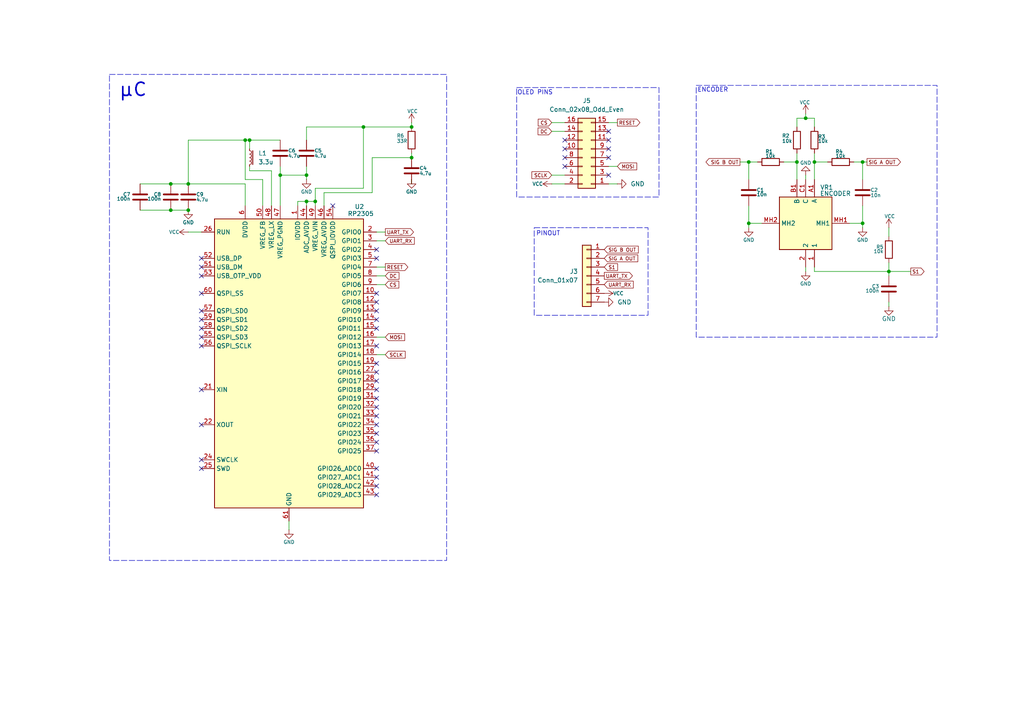
<source format=kicad_sch>
(kicad_sch
	(version 20250114)
	(generator "eeschema")
	(generator_version "9.0")
	(uuid "814bd1b0-f27c-47a5-85cd-782eaeea57a7")
	(paper "A4")
	(lib_symbols
		(symbol "Connector_Generic:Conn_01x07"
			(pin_names
				(offset 1.016)
				(hide yes)
			)
			(exclude_from_sim no)
			(in_bom yes)
			(on_board yes)
			(property "Reference" "J"
				(at 0 10.16 0)
				(effects
					(font
						(size 1.27 1.27)
					)
				)
			)
			(property "Value" "Conn_01x07"
				(at 0 -10.16 0)
				(effects
					(font
						(size 1.27 1.27)
					)
				)
			)
			(property "Footprint" ""
				(at 0 0 0)
				(effects
					(font
						(size 1.27 1.27)
					)
					(hide yes)
				)
			)
			(property "Datasheet" "~"
				(at 0 0 0)
				(effects
					(font
						(size 1.27 1.27)
					)
					(hide yes)
				)
			)
			(property "Description" "Generic connector, single row, 01x07, script generated (kicad-library-utils/schlib/autogen/connector/)"
				(at 0 0 0)
				(effects
					(font
						(size 1.27 1.27)
					)
					(hide yes)
				)
			)
			(property "ki_keywords" "connector"
				(at 0 0 0)
				(effects
					(font
						(size 1.27 1.27)
					)
					(hide yes)
				)
			)
			(property "ki_fp_filters" "Connector*:*_1x??_*"
				(at 0 0 0)
				(effects
					(font
						(size 1.27 1.27)
					)
					(hide yes)
				)
			)
			(symbol "Conn_01x07_1_1"
				(rectangle
					(start -1.27 8.89)
					(end 1.27 -8.89)
					(stroke
						(width 0.254)
						(type default)
					)
					(fill
						(type background)
					)
				)
				(rectangle
					(start -1.27 7.747)
					(end 0 7.493)
					(stroke
						(width 0.1524)
						(type default)
					)
					(fill
						(type none)
					)
				)
				(rectangle
					(start -1.27 5.207)
					(end 0 4.953)
					(stroke
						(width 0.1524)
						(type default)
					)
					(fill
						(type none)
					)
				)
				(rectangle
					(start -1.27 2.667)
					(end 0 2.413)
					(stroke
						(width 0.1524)
						(type default)
					)
					(fill
						(type none)
					)
				)
				(rectangle
					(start -1.27 0.127)
					(end 0 -0.127)
					(stroke
						(width 0.1524)
						(type default)
					)
					(fill
						(type none)
					)
				)
				(rectangle
					(start -1.27 -2.413)
					(end 0 -2.667)
					(stroke
						(width 0.1524)
						(type default)
					)
					(fill
						(type none)
					)
				)
				(rectangle
					(start -1.27 -4.953)
					(end 0 -5.207)
					(stroke
						(width 0.1524)
						(type default)
					)
					(fill
						(type none)
					)
				)
				(rectangle
					(start -1.27 -7.493)
					(end 0 -7.747)
					(stroke
						(width 0.1524)
						(type default)
					)
					(fill
						(type none)
					)
				)
				(pin passive line
					(at -5.08 7.62 0)
					(length 3.81)
					(name "Pin_1"
						(effects
							(font
								(size 1.27 1.27)
							)
						)
					)
					(number "1"
						(effects
							(font
								(size 1.27 1.27)
							)
						)
					)
				)
				(pin passive line
					(at -5.08 5.08 0)
					(length 3.81)
					(name "Pin_2"
						(effects
							(font
								(size 1.27 1.27)
							)
						)
					)
					(number "2"
						(effects
							(font
								(size 1.27 1.27)
							)
						)
					)
				)
				(pin passive line
					(at -5.08 2.54 0)
					(length 3.81)
					(name "Pin_3"
						(effects
							(font
								(size 1.27 1.27)
							)
						)
					)
					(number "3"
						(effects
							(font
								(size 1.27 1.27)
							)
						)
					)
				)
				(pin passive line
					(at -5.08 0 0)
					(length 3.81)
					(name "Pin_4"
						(effects
							(font
								(size 1.27 1.27)
							)
						)
					)
					(number "4"
						(effects
							(font
								(size 1.27 1.27)
							)
						)
					)
				)
				(pin passive line
					(at -5.08 -2.54 0)
					(length 3.81)
					(name "Pin_5"
						(effects
							(font
								(size 1.27 1.27)
							)
						)
					)
					(number "5"
						(effects
							(font
								(size 1.27 1.27)
							)
						)
					)
				)
				(pin passive line
					(at -5.08 -5.08 0)
					(length 3.81)
					(name "Pin_6"
						(effects
							(font
								(size 1.27 1.27)
							)
						)
					)
					(number "6"
						(effects
							(font
								(size 1.27 1.27)
							)
						)
					)
				)
				(pin passive line
					(at -5.08 -7.62 0)
					(length 3.81)
					(name "Pin_7"
						(effects
							(font
								(size 1.27 1.27)
							)
						)
					)
					(number "7"
						(effects
							(font
								(size 1.27 1.27)
							)
						)
					)
				)
			)
			(embedded_fonts no)
		)
		(symbol "Connector_Generic:Conn_02x08_Odd_Even"
			(pin_names
				(offset 1.016)
				(hide yes)
			)
			(exclude_from_sim no)
			(in_bom yes)
			(on_board yes)
			(property "Reference" "J"
				(at 1.27 10.16 0)
				(effects
					(font
						(size 1.27 1.27)
					)
				)
			)
			(property "Value" "Conn_02x08_Odd_Even"
				(at 1.27 -12.7 0)
				(effects
					(font
						(size 1.27 1.27)
					)
				)
			)
			(property "Footprint" ""
				(at 0 0 0)
				(effects
					(font
						(size 1.27 1.27)
					)
					(hide yes)
				)
			)
			(property "Datasheet" "~"
				(at 0 0 0)
				(effects
					(font
						(size 1.27 1.27)
					)
					(hide yes)
				)
			)
			(property "Description" "Generic connector, double row, 02x08, odd/even pin numbering scheme (row 1 odd numbers, row 2 even numbers), script generated (kicad-library-utils/schlib/autogen/connector/)"
				(at 0 0 0)
				(effects
					(font
						(size 1.27 1.27)
					)
					(hide yes)
				)
			)
			(property "ki_keywords" "connector"
				(at 0 0 0)
				(effects
					(font
						(size 1.27 1.27)
					)
					(hide yes)
				)
			)
			(property "ki_fp_filters" "Connector*:*_2x??_*"
				(at 0 0 0)
				(effects
					(font
						(size 1.27 1.27)
					)
					(hide yes)
				)
			)
			(symbol "Conn_02x08_Odd_Even_1_1"
				(rectangle
					(start -1.27 8.89)
					(end 3.81 -11.43)
					(stroke
						(width 0.254)
						(type default)
					)
					(fill
						(type background)
					)
				)
				(rectangle
					(start -1.27 7.747)
					(end 0 7.493)
					(stroke
						(width 0.1524)
						(type default)
					)
					(fill
						(type none)
					)
				)
				(rectangle
					(start -1.27 5.207)
					(end 0 4.953)
					(stroke
						(width 0.1524)
						(type default)
					)
					(fill
						(type none)
					)
				)
				(rectangle
					(start -1.27 2.667)
					(end 0 2.413)
					(stroke
						(width 0.1524)
						(type default)
					)
					(fill
						(type none)
					)
				)
				(rectangle
					(start -1.27 0.127)
					(end 0 -0.127)
					(stroke
						(width 0.1524)
						(type default)
					)
					(fill
						(type none)
					)
				)
				(rectangle
					(start -1.27 -2.413)
					(end 0 -2.667)
					(stroke
						(width 0.1524)
						(type default)
					)
					(fill
						(type none)
					)
				)
				(rectangle
					(start -1.27 -4.953)
					(end 0 -5.207)
					(stroke
						(width 0.1524)
						(type default)
					)
					(fill
						(type none)
					)
				)
				(rectangle
					(start -1.27 -7.493)
					(end 0 -7.747)
					(stroke
						(width 0.1524)
						(type default)
					)
					(fill
						(type none)
					)
				)
				(rectangle
					(start -1.27 -10.033)
					(end 0 -10.287)
					(stroke
						(width 0.1524)
						(type default)
					)
					(fill
						(type none)
					)
				)
				(rectangle
					(start 3.81 7.747)
					(end 2.54 7.493)
					(stroke
						(width 0.1524)
						(type default)
					)
					(fill
						(type none)
					)
				)
				(rectangle
					(start 3.81 5.207)
					(end 2.54 4.953)
					(stroke
						(width 0.1524)
						(type default)
					)
					(fill
						(type none)
					)
				)
				(rectangle
					(start 3.81 2.667)
					(end 2.54 2.413)
					(stroke
						(width 0.1524)
						(type default)
					)
					(fill
						(type none)
					)
				)
				(rectangle
					(start 3.81 0.127)
					(end 2.54 -0.127)
					(stroke
						(width 0.1524)
						(type default)
					)
					(fill
						(type none)
					)
				)
				(rectangle
					(start 3.81 -2.413)
					(end 2.54 -2.667)
					(stroke
						(width 0.1524)
						(type default)
					)
					(fill
						(type none)
					)
				)
				(rectangle
					(start 3.81 -4.953)
					(end 2.54 -5.207)
					(stroke
						(width 0.1524)
						(type default)
					)
					(fill
						(type none)
					)
				)
				(rectangle
					(start 3.81 -7.493)
					(end 2.54 -7.747)
					(stroke
						(width 0.1524)
						(type default)
					)
					(fill
						(type none)
					)
				)
				(rectangle
					(start 3.81 -10.033)
					(end 2.54 -10.287)
					(stroke
						(width 0.1524)
						(type default)
					)
					(fill
						(type none)
					)
				)
				(pin passive line
					(at -5.08 7.62 0)
					(length 3.81)
					(name "Pin_1"
						(effects
							(font
								(size 1.27 1.27)
							)
						)
					)
					(number "1"
						(effects
							(font
								(size 1.27 1.27)
							)
						)
					)
				)
				(pin passive line
					(at -5.08 5.08 0)
					(length 3.81)
					(name "Pin_3"
						(effects
							(font
								(size 1.27 1.27)
							)
						)
					)
					(number "3"
						(effects
							(font
								(size 1.27 1.27)
							)
						)
					)
				)
				(pin passive line
					(at -5.08 2.54 0)
					(length 3.81)
					(name "Pin_5"
						(effects
							(font
								(size 1.27 1.27)
							)
						)
					)
					(number "5"
						(effects
							(font
								(size 1.27 1.27)
							)
						)
					)
				)
				(pin passive line
					(at -5.08 0 0)
					(length 3.81)
					(name "Pin_7"
						(effects
							(font
								(size 1.27 1.27)
							)
						)
					)
					(number "7"
						(effects
							(font
								(size 1.27 1.27)
							)
						)
					)
				)
				(pin passive line
					(at -5.08 -2.54 0)
					(length 3.81)
					(name "Pin_9"
						(effects
							(font
								(size 1.27 1.27)
							)
						)
					)
					(number "9"
						(effects
							(font
								(size 1.27 1.27)
							)
						)
					)
				)
				(pin passive line
					(at -5.08 -5.08 0)
					(length 3.81)
					(name "Pin_11"
						(effects
							(font
								(size 1.27 1.27)
							)
						)
					)
					(number "11"
						(effects
							(font
								(size 1.27 1.27)
							)
						)
					)
				)
				(pin passive line
					(at -5.08 -7.62 0)
					(length 3.81)
					(name "Pin_13"
						(effects
							(font
								(size 1.27 1.27)
							)
						)
					)
					(number "13"
						(effects
							(font
								(size 1.27 1.27)
							)
						)
					)
				)
				(pin passive line
					(at -5.08 -10.16 0)
					(length 3.81)
					(name "Pin_15"
						(effects
							(font
								(size 1.27 1.27)
							)
						)
					)
					(number "15"
						(effects
							(font
								(size 1.27 1.27)
							)
						)
					)
				)
				(pin passive line
					(at 7.62 7.62 180)
					(length 3.81)
					(name "Pin_2"
						(effects
							(font
								(size 1.27 1.27)
							)
						)
					)
					(number "2"
						(effects
							(font
								(size 1.27 1.27)
							)
						)
					)
				)
				(pin passive line
					(at 7.62 5.08 180)
					(length 3.81)
					(name "Pin_4"
						(effects
							(font
								(size 1.27 1.27)
							)
						)
					)
					(number "4"
						(effects
							(font
								(size 1.27 1.27)
							)
						)
					)
				)
				(pin passive line
					(at 7.62 2.54 180)
					(length 3.81)
					(name "Pin_6"
						(effects
							(font
								(size 1.27 1.27)
							)
						)
					)
					(number "6"
						(effects
							(font
								(size 1.27 1.27)
							)
						)
					)
				)
				(pin passive line
					(at 7.62 0 180)
					(length 3.81)
					(name "Pin_8"
						(effects
							(font
								(size 1.27 1.27)
							)
						)
					)
					(number "8"
						(effects
							(font
								(size 1.27 1.27)
							)
						)
					)
				)
				(pin passive line
					(at 7.62 -2.54 180)
					(length 3.81)
					(name "Pin_10"
						(effects
							(font
								(size 1.27 1.27)
							)
						)
					)
					(number "10"
						(effects
							(font
								(size 1.27 1.27)
							)
						)
					)
				)
				(pin passive line
					(at 7.62 -5.08 180)
					(length 3.81)
					(name "Pin_12"
						(effects
							(font
								(size 1.27 1.27)
							)
						)
					)
					(number "12"
						(effects
							(font
								(size 1.27 1.27)
							)
						)
					)
				)
				(pin passive line
					(at 7.62 -7.62 180)
					(length 3.81)
					(name "Pin_14"
						(effects
							(font
								(size 1.27 1.27)
							)
						)
					)
					(number "14"
						(effects
							(font
								(size 1.27 1.27)
							)
						)
					)
				)
				(pin passive line
					(at 7.62 -10.16 180)
					(length 3.81)
					(name "Pin_16"
						(effects
							(font
								(size 1.27 1.27)
							)
						)
					)
					(number "16"
						(effects
							(font
								(size 1.27 1.27)
							)
						)
					)
				)
			)
			(embedded_fonts no)
		)
		(symbol "Device:C"
			(pin_numbers
				(hide yes)
			)
			(pin_names
				(offset 0.254)
			)
			(exclude_from_sim no)
			(in_bom yes)
			(on_board yes)
			(property "Reference" "C"
				(at 0.635 2.54 0)
				(effects
					(font
						(size 1.27 1.27)
					)
					(justify left)
				)
			)
			(property "Value" "C"
				(at 0.635 -2.54 0)
				(effects
					(font
						(size 1.27 1.27)
					)
					(justify left)
				)
			)
			(property "Footprint" ""
				(at 0.9652 -3.81 0)
				(effects
					(font
						(size 1.27 1.27)
					)
					(hide yes)
				)
			)
			(property "Datasheet" "~"
				(at 0 0 0)
				(effects
					(font
						(size 1.27 1.27)
					)
					(hide yes)
				)
			)
			(property "Description" "Unpolarized capacitor"
				(at 0 0 0)
				(effects
					(font
						(size 1.27 1.27)
					)
					(hide yes)
				)
			)
			(property "ki_keywords" "cap capacitor"
				(at 0 0 0)
				(effects
					(font
						(size 1.27 1.27)
					)
					(hide yes)
				)
			)
			(property "ki_fp_filters" "C_*"
				(at 0 0 0)
				(effects
					(font
						(size 1.27 1.27)
					)
					(hide yes)
				)
			)
			(symbol "C_0_1"
				(polyline
					(pts
						(xy -2.032 0.762) (xy 2.032 0.762)
					)
					(stroke
						(width 0.508)
						(type default)
					)
					(fill
						(type none)
					)
				)
				(polyline
					(pts
						(xy -2.032 -0.762) (xy 2.032 -0.762)
					)
					(stroke
						(width 0.508)
						(type default)
					)
					(fill
						(type none)
					)
				)
			)
			(symbol "C_1_1"
				(pin passive line
					(at 0 3.81 270)
					(length 2.794)
					(name "~"
						(effects
							(font
								(size 1.27 1.27)
							)
						)
					)
					(number "1"
						(effects
							(font
								(size 1.27 1.27)
							)
						)
					)
				)
				(pin passive line
					(at 0 -3.81 90)
					(length 2.794)
					(name "~"
						(effects
							(font
								(size 1.27 1.27)
							)
						)
					)
					(number "2"
						(effects
							(font
								(size 1.27 1.27)
							)
						)
					)
				)
			)
			(embedded_fonts no)
		)
		(symbol "Device:L_Iron_Small"
			(pin_numbers
				(hide yes)
			)
			(pin_names
				(offset 0.254)
				(hide yes)
			)
			(exclude_from_sim no)
			(in_bom yes)
			(on_board yes)
			(property "Reference" "L"
				(at 1.27 1.016 0)
				(effects
					(font
						(size 1.27 1.27)
					)
					(justify left)
				)
			)
			(property "Value" "L_Iron_Small"
				(at 1.27 -1.27 0)
				(effects
					(font
						(size 1.27 1.27)
					)
					(justify left)
				)
			)
			(property "Footprint" ""
				(at 0 0 0)
				(effects
					(font
						(size 1.27 1.27)
					)
					(hide yes)
				)
			)
			(property "Datasheet" "~"
				(at 0 0 0)
				(effects
					(font
						(size 1.27 1.27)
					)
					(hide yes)
				)
			)
			(property "Description" "Inductor with iron core, small symbol"
				(at 0 0 0)
				(effects
					(font
						(size 1.27 1.27)
					)
					(hide yes)
				)
			)
			(property "ki_keywords" "inductor choke coil reactor magnetic"
				(at 0 0 0)
				(effects
					(font
						(size 1.27 1.27)
					)
					(hide yes)
				)
			)
			(property "ki_fp_filters" "Choke_* *Coil* Inductor_* L_*"
				(at 0 0 0)
				(effects
					(font
						(size 1.27 1.27)
					)
					(hide yes)
				)
			)
			(symbol "L_Iron_Small_0_1"
				(arc
					(start 0 2.032)
					(mid 0.5058 1.524)
					(end 0 1.016)
					(stroke
						(width 0)
						(type default)
					)
					(fill
						(type none)
					)
				)
				(arc
					(start 0 1.016)
					(mid 0.5058 0.508)
					(end 0 0)
					(stroke
						(width 0)
						(type default)
					)
					(fill
						(type none)
					)
				)
				(arc
					(start 0 0)
					(mid 0.5058 -0.508)
					(end 0 -1.016)
					(stroke
						(width 0)
						(type default)
					)
					(fill
						(type none)
					)
				)
				(arc
					(start 0 -1.016)
					(mid 0.5058 -1.524)
					(end 0 -2.032)
					(stroke
						(width 0)
						(type default)
					)
					(fill
						(type none)
					)
				)
				(polyline
					(pts
						(xy 0.762 2.032) (xy 0.762 -2.032)
					)
					(stroke
						(width 0)
						(type default)
					)
					(fill
						(type none)
					)
				)
				(polyline
					(pts
						(xy 1.016 -2.032) (xy 1.016 2.032)
					)
					(stroke
						(width 0)
						(type default)
					)
					(fill
						(type none)
					)
				)
			)
			(symbol "L_Iron_Small_1_1"
				(pin passive line
					(at 0 2.54 270)
					(length 0.508)
					(name "~"
						(effects
							(font
								(size 1.27 1.27)
							)
						)
					)
					(number "1"
						(effects
							(font
								(size 1.27 1.27)
							)
						)
					)
				)
				(pin passive line
					(at 0 -2.54 90)
					(length 0.508)
					(name "~"
						(effects
							(font
								(size 1.27 1.27)
							)
						)
					)
					(number "2"
						(effects
							(font
								(size 1.27 1.27)
							)
						)
					)
				)
			)
			(embedded_fonts no)
		)
		(symbol "Device:R"
			(pin_numbers
				(hide yes)
			)
			(pin_names
				(offset 0)
			)
			(exclude_from_sim no)
			(in_bom yes)
			(on_board yes)
			(property "Reference" "R"
				(at 2.032 0 90)
				(effects
					(font
						(size 1.27 1.27)
					)
				)
			)
			(property "Value" "R"
				(at 0 0 90)
				(effects
					(font
						(size 1.27 1.27)
					)
				)
			)
			(property "Footprint" ""
				(at -1.778 0 90)
				(effects
					(font
						(size 1.27 1.27)
					)
					(hide yes)
				)
			)
			(property "Datasheet" "~"
				(at 0 0 0)
				(effects
					(font
						(size 1.27 1.27)
					)
					(hide yes)
				)
			)
			(property "Description" "Resistor"
				(at 0 0 0)
				(effects
					(font
						(size 1.27 1.27)
					)
					(hide yes)
				)
			)
			(property "ki_keywords" "R res resistor"
				(at 0 0 0)
				(effects
					(font
						(size 1.27 1.27)
					)
					(hide yes)
				)
			)
			(property "ki_fp_filters" "R_*"
				(at 0 0 0)
				(effects
					(font
						(size 1.27 1.27)
					)
					(hide yes)
				)
			)
			(symbol "R_0_1"
				(rectangle
					(start -1.016 -2.54)
					(end 1.016 2.54)
					(stroke
						(width 0.254)
						(type default)
					)
					(fill
						(type none)
					)
				)
			)
			(symbol "R_1_1"
				(pin passive line
					(at 0 3.81 270)
					(length 1.27)
					(name "~"
						(effects
							(font
								(size 1.27 1.27)
							)
						)
					)
					(number "1"
						(effects
							(font
								(size 1.27 1.27)
							)
						)
					)
				)
				(pin passive line
					(at 0 -3.81 90)
					(length 1.27)
					(name "~"
						(effects
							(font
								(size 1.27 1.27)
							)
						)
					)
					(number "2"
						(effects
							(font
								(size 1.27 1.27)
							)
						)
					)
				)
			)
			(embedded_fonts no)
		)
		(symbol "PEC11R-4220F-S0024:PEC11R-4220F-S0024"
			(exclude_from_sim no)
			(in_bom yes)
			(on_board yes)
			(property "Reference" "VR"
				(at 21.59 12.7 0)
				(effects
					(font
						(size 1.27 1.27)
					)
					(justify left top)
				)
			)
			(property "Value" "PEC11R-4220F-S0024"
				(at 21.59 10.16 0)
				(effects
					(font
						(size 1.27 1.27)
					)
					(justify left top)
				)
			)
			(property "Footprint" "PEC11R4220FS0024"
				(at 21.59 -89.84 0)
				(effects
					(font
						(size 1.27 1.27)
					)
					(justify left top)
					(hide yes)
				)
			)
			(property "Datasheet" "https://www.bourns.com/docs/Product-Datasheets/PEC11R.pdf"
				(at 21.59 -189.84 0)
				(effects
					(font
						(size 1.27 1.27)
					)
					(justify left top)
					(hide yes)
				)
			)
			(property "Description" "Bourns 24 Pulse Incremental Mechanical Rotary Encoder with a 6 mm Flat Shaft (Not Indexed), Through Hole"
				(at 0 0 0)
				(effects
					(font
						(size 1.27 1.27)
					)
					(hide yes)
				)
			)
			(property "Height" "27.5"
				(at 21.59 -389.84 0)
				(effects
					(font
						(size 1.27 1.27)
					)
					(justify left top)
					(hide yes)
				)
			)
			(property "Mouser Part Number" "652-PEC11R-4220F-S24"
				(at 21.59 -489.84 0)
				(effects
					(font
						(size 1.27 1.27)
					)
					(justify left top)
					(hide yes)
				)
			)
			(property "Mouser Price/Stock" "https://www.mouser.co.uk/ProductDetail/Bourns/PEC11R-4220F-S0024?qs=Zq5ylnUbLm6NGsQdib%2Ffbw%3D%3D"
				(at 21.59 -589.84 0)
				(effects
					(font
						(size 1.27 1.27)
					)
					(justify left top)
					(hide yes)
				)
			)
			(property "Manufacturer_Name" "Bourns"
				(at 21.59 -689.84 0)
				(effects
					(font
						(size 1.27 1.27)
					)
					(justify left top)
					(hide yes)
				)
			)
			(property "Manufacturer_Part_Number" "PEC11R-4220F-S0024"
				(at 21.59 -789.84 0)
				(effects
					(font
						(size 1.27 1.27)
					)
					(justify left top)
					(hide yes)
				)
			)
			(symbol "PEC11R-4220F-S0024_1_1"
				(rectangle
					(start 5.08 7.62)
					(end 20.32 -7.62)
					(stroke
						(width 0.254)
						(type default)
					)
					(fill
						(type background)
					)
				)
				(pin passive line
					(at 0 0 0)
					(length 5.08)
					(name "MH1"
						(effects
							(font
								(size 1.27 1.27)
							)
						)
					)
					(number "MH1"
						(effects
							(font
								(size 1.27 1.27)
							)
						)
					)
				)
				(pin passive line
					(at 10.16 12.7 270)
					(length 5.08)
					(name "1"
						(effects
							(font
								(size 1.27 1.27)
							)
						)
					)
					(number "1"
						(effects
							(font
								(size 1.27 1.27)
							)
						)
					)
				)
				(pin passive line
					(at 10.16 -12.7 90)
					(length 5.08)
					(name "A"
						(effects
							(font
								(size 1.27 1.27)
							)
						)
					)
					(number "A1"
						(effects
							(font
								(size 1.27 1.27)
							)
						)
					)
				)
				(pin passive line
					(at 12.7 12.7 270)
					(length 5.08)
					(name "2"
						(effects
							(font
								(size 1.27 1.27)
							)
						)
					)
					(number "2"
						(effects
							(font
								(size 1.27 1.27)
							)
						)
					)
				)
				(pin passive line
					(at 12.7 -12.7 90)
					(length 5.08)
					(name "C"
						(effects
							(font
								(size 1.27 1.27)
							)
						)
					)
					(number "C1"
						(effects
							(font
								(size 1.27 1.27)
							)
						)
					)
				)
				(pin passive line
					(at 15.24 -12.7 90)
					(length 5.08)
					(name "B"
						(effects
							(font
								(size 1.27 1.27)
							)
						)
					)
					(number "B1"
						(effects
							(font
								(size 1.27 1.27)
							)
						)
					)
				)
				(pin passive line
					(at 25.4 0 180)
					(length 5.08)
					(name "MH2"
						(effects
							(font
								(size 1.27 1.27)
							)
						)
					)
					(number "MH2"
						(effects
							(font
								(size 1.27 1.27)
							)
						)
					)
				)
			)
			(embedded_fonts no)
		)
		(symbol "RP2350_1"
			(exclude_from_sim no)
			(in_bom yes)
			(on_board yes)
			(property "Reference" "U2"
				(at 19.05 45.466 0)
				(effects
					(font
						(size 1.27 1.27)
					)
					(justify left)
				)
			)
			(property "Value" "RP2305"
				(at 17.018 43.434 0)
				(effects
					(font
						(size 1.27 1.27)
					)
					(justify left)
				)
			)
			(property "Footprint" ""
				(at 0 0 0)
				(effects
					(font
						(size 1.27 1.27)
					)
					(hide yes)
				)
			)
			(property "Datasheet" "https://datasheets.raspberrypi.com/rp2350/rp2350-datasheet.pdf?_gl=1*1ombp9j*_ga*MTA2NzkxMDc5NC4xNzIzMTI5MDg3*_ga_22FD70LWDS*MTcyMzEyOTA4Ny4xLjEuMTcyMzEyOTU1Mi4wLjAuMA.."
				(at 0 0 0)
				(effects
					(font
						(size 1.27 1.27)
					)
					(hide yes)
				)
			)
			(property "Description" "A microcontroller by Raspberry Pi"
				(at 0 0 0)
				(effects
					(font
						(size 1.27 1.27)
					)
					(hide yes)
				)
			)
			(symbol "RP2350_1_0_1"
				(rectangle
					(start -21.59 41.91)
					(end 21.59 -41.91)
					(stroke
						(width 0.254)
						(type default)
					)
					(fill
						(type background)
					)
				)
			)
			(symbol "RP2350_1_1_1"
				(pin input line
					(at -25.4 38.1 0)
					(length 3.81)
					(name "RUN"
						(effects
							(font
								(size 1.27 1.27)
							)
						)
					)
					(number "26"
						(effects
							(font
								(size 1.27 1.27)
							)
						)
					)
				)
				(pin bidirectional line
					(at -25.4 30.48 0)
					(length 3.81)
					(name "USB_DP"
						(effects
							(font
								(size 1.27 1.27)
							)
						)
					)
					(number "52"
						(effects
							(font
								(size 1.27 1.27)
							)
						)
					)
				)
				(pin bidirectional line
					(at -25.4 27.94 0)
					(length 3.81)
					(name "USB_DM"
						(effects
							(font
								(size 1.27 1.27)
							)
						)
					)
					(number "51"
						(effects
							(font
								(size 1.27 1.27)
							)
						)
					)
				)
				(pin bidirectional line
					(at -25.4 25.4 0)
					(length 3.81)
					(name "USB_OTP_VDD"
						(effects
							(font
								(size 1.27 1.27)
							)
						)
					)
					(number "53"
						(effects
							(font
								(size 1.27 1.27)
							)
						)
					)
				)
				(pin bidirectional line
					(at -25.4 20.32 0)
					(length 3.81)
					(name "QSPI_SS"
						(effects
							(font
								(size 1.27 1.27)
							)
						)
					)
					(number "60"
						(effects
							(font
								(size 1.27 1.27)
							)
						)
					)
				)
				(pin bidirectional line
					(at -25.4 15.24 0)
					(length 3.81)
					(name "QSPI_SD0"
						(effects
							(font
								(size 1.27 1.27)
							)
						)
					)
					(number "57"
						(effects
							(font
								(size 1.27 1.27)
							)
						)
					)
				)
				(pin bidirectional line
					(at -25.4 12.7 0)
					(length 3.81)
					(name "QSPI_SD1"
						(effects
							(font
								(size 1.27 1.27)
							)
						)
					)
					(number "59"
						(effects
							(font
								(size 1.27 1.27)
							)
						)
					)
				)
				(pin bidirectional line
					(at -25.4 10.16 0)
					(length 3.81)
					(name "QSPI_SD2"
						(effects
							(font
								(size 1.27 1.27)
							)
						)
					)
					(number "58"
						(effects
							(font
								(size 1.27 1.27)
							)
						)
					)
				)
				(pin bidirectional line
					(at -25.4 7.62 0)
					(length 3.81)
					(name "QSPI_SD3"
						(effects
							(font
								(size 1.27 1.27)
							)
						)
					)
					(number "55"
						(effects
							(font
								(size 1.27 1.27)
							)
						)
					)
				)
				(pin output line
					(at -25.4 5.08 0)
					(length 3.81)
					(name "QSPI_SCLK"
						(effects
							(font
								(size 1.27 1.27)
							)
						)
					)
					(number "56"
						(effects
							(font
								(size 1.27 1.27)
							)
						)
					)
				)
				(pin input line
					(at -25.4 -7.62 0)
					(length 3.81)
					(name "XIN"
						(effects
							(font
								(size 1.27 1.27)
							)
						)
					)
					(number "21"
						(effects
							(font
								(size 1.27 1.27)
							)
						)
					)
				)
				(pin passive line
					(at -25.4 -17.78 0)
					(length 3.81)
					(name "XOUT"
						(effects
							(font
								(size 1.27 1.27)
							)
						)
					)
					(number "22"
						(effects
							(font
								(size 1.27 1.27)
							)
						)
					)
				)
				(pin input line
					(at -25.4 -27.94 0)
					(length 3.81)
					(name "SWCLK"
						(effects
							(font
								(size 1.27 1.27)
							)
						)
					)
					(number "24"
						(effects
							(font
								(size 1.27 1.27)
							)
						)
					)
				)
				(pin bidirectional line
					(at -25.4 -30.48 0)
					(length 3.81)
					(name "SWD"
						(effects
							(font
								(size 1.27 1.27)
							)
						)
					)
					(number "25"
						(effects
							(font
								(size 1.27 1.27)
							)
						)
					)
				)
				(pin passive line
					(at -12.7 45.72 270)
					(length 3.81)
					(hide yes)
					(name "DVDD"
						(effects
							(font
								(size 1.27 1.27)
							)
						)
					)
					(number "23"
						(effects
							(font
								(size 1.27 1.27)
							)
						)
					)
				)
				(pin passive line
					(at -12.7 45.72 270)
					(length 3.81)
					(hide yes)
					(name "DVDD"
						(effects
							(font
								(size 1.27 1.27)
							)
						)
					)
					(number "39"
						(effects
							(font
								(size 1.27 1.27)
							)
						)
					)
				)
				(pin power_in line
					(at -12.7 45.72 270)
					(length 3.81)
					(name "DVDD"
						(effects
							(font
								(size 1.27 1.27)
							)
						)
					)
					(number "6"
						(effects
							(font
								(size 1.27 1.27)
							)
						)
					)
				)
				(pin power_out line
					(at -7.62 45.72 270)
					(length 3.81)
					(name "VREG_FB"
						(effects
							(font
								(size 1.27 1.27)
							)
						)
					)
					(number "50"
						(effects
							(font
								(size 1.27 1.27)
							)
						)
					)
				)
				(pin power_in line
					(at -5.08 45.72 270)
					(length 3.81)
					(name "VREG_LX"
						(effects
							(font
								(size 1.27 1.27)
							)
						)
					)
					(number "48"
						(effects
							(font
								(size 1.27 1.27)
							)
						)
					)
				)
				(pin power_in line
					(at -2.54 45.72 270)
					(length 3.81)
					(name "VREG_PGND"
						(effects
							(font
								(size 1.27 1.27)
							)
						)
					)
					(number "47"
						(effects
							(font
								(size 1.27 1.27)
							)
						)
					)
				)
				(pin power_in line
					(at 0 -45.72 90)
					(length 3.81)
					(name "GND"
						(effects
							(font
								(size 1.27 1.27)
							)
						)
					)
					(number "61"
						(effects
							(font
								(size 1.27 1.27)
							)
						)
					)
				)
				(pin power_in line
					(at 2.54 45.72 270)
					(length 3.81)
					(name "IOVDD"
						(effects
							(font
								(size 1.27 1.27)
							)
						)
					)
					(number "1"
						(effects
							(font
								(size 1.27 1.27)
							)
						)
					)
				)
				(pin passive line
					(at 2.54 45.72 270)
					(length 3.81)
					(hide yes)
					(name "IOVDD"
						(effects
							(font
								(size 1.27 1.27)
							)
						)
					)
					(number "11"
						(effects
							(font
								(size 1.27 1.27)
							)
						)
					)
				)
				(pin passive line
					(at 2.54 45.72 270)
					(length 3.81)
					(hide yes)
					(name "IOVDD"
						(effects
							(font
								(size 1.27 1.27)
							)
						)
					)
					(number "20"
						(effects
							(font
								(size 1.27 1.27)
							)
						)
					)
				)
				(pin passive line
					(at 2.54 45.72 270)
					(length 3.81)
					(hide yes)
					(name "IOVDD"
						(effects
							(font
								(size 1.27 1.27)
							)
						)
					)
					(number "30"
						(effects
							(font
								(size 1.27 1.27)
							)
						)
					)
				)
				(pin passive line
					(at 2.54 45.72 270)
					(length 3.81)
					(hide yes)
					(name "IOVDD"
						(effects
							(font
								(size 1.27 1.27)
							)
						)
					)
					(number "38"
						(effects
							(font
								(size 1.27 1.27)
							)
						)
					)
				)
				(pin passive line
					(at 2.54 45.72 270)
					(length 3.81)
					(hide yes)
					(name "IOVDD"
						(effects
							(font
								(size 1.27 1.27)
							)
						)
					)
					(number "45"
						(effects
							(font
								(size 1.27 1.27)
							)
						)
					)
				)
				(pin power_in line
					(at 5.08 45.72 270)
					(length 3.81)
					(name "ADC_AVDD"
						(effects
							(font
								(size 1.27 1.27)
							)
						)
					)
					(number "44"
						(effects
							(font
								(size 1.27 1.27)
							)
						)
					)
				)
				(pin power_in line
					(at 7.62 45.72 270)
					(length 3.81)
					(name "VREG_VIN"
						(effects
							(font
								(size 1.27 1.27)
							)
						)
					)
					(number "49"
						(effects
							(font
								(size 1.27 1.27)
							)
						)
					)
				)
				(pin power_in line
					(at 10.16 45.72 270)
					(length 3.81)
					(name "VREG_AVDD"
						(effects
							(font
								(size 1.27 1.27)
							)
						)
					)
					(number "46"
						(effects
							(font
								(size 1.27 1.27)
							)
						)
					)
				)
				(pin power_in line
					(at 12.7 45.72 270)
					(length 3.81)
					(name "QSPI_IOVDD"
						(effects
							(font
								(size 1.27 1.27)
							)
						)
					)
					(number "54"
						(effects
							(font
								(size 1.27 1.27)
							)
						)
					)
				)
				(pin bidirectional line
					(at 25.4 38.1 180)
					(length 3.81)
					(name "GPIO0"
						(effects
							(font
								(size 1.27 1.27)
							)
						)
					)
					(number "2"
						(effects
							(font
								(size 1.27 1.27)
							)
						)
					)
				)
				(pin bidirectional line
					(at 25.4 35.56 180)
					(length 3.81)
					(name "GPIO1"
						(effects
							(font
								(size 1.27 1.27)
							)
						)
					)
					(number "3"
						(effects
							(font
								(size 1.27 1.27)
							)
						)
					)
				)
				(pin bidirectional line
					(at 25.4 33.02 180)
					(length 3.81)
					(name "GPIO2"
						(effects
							(font
								(size 1.27 1.27)
							)
						)
					)
					(number "4"
						(effects
							(font
								(size 1.27 1.27)
							)
						)
					)
				)
				(pin bidirectional line
					(at 25.4 30.48 180)
					(length 3.81)
					(name "GPIO3"
						(effects
							(font
								(size 1.27 1.27)
							)
						)
					)
					(number "5"
						(effects
							(font
								(size 1.27 1.27)
							)
						)
					)
				)
				(pin bidirectional line
					(at 25.4 27.94 180)
					(length 3.81)
					(name "GPIO4"
						(effects
							(font
								(size 1.27 1.27)
							)
						)
					)
					(number "7"
						(effects
							(font
								(size 1.27 1.27)
							)
						)
					)
				)
				(pin bidirectional line
					(at 25.4 25.4 180)
					(length 3.81)
					(name "GPIO5"
						(effects
							(font
								(size 1.27 1.27)
							)
						)
					)
					(number "8"
						(effects
							(font
								(size 1.27 1.27)
							)
						)
					)
				)
				(pin bidirectional line
					(at 25.4 22.86 180)
					(length 3.81)
					(name "GPIO6"
						(effects
							(font
								(size 1.27 1.27)
							)
						)
					)
					(number "9"
						(effects
							(font
								(size 1.27 1.27)
							)
						)
					)
				)
				(pin bidirectional line
					(at 25.4 20.32 180)
					(length 3.81)
					(name "GPIO7"
						(effects
							(font
								(size 1.27 1.27)
							)
						)
					)
					(number "10"
						(effects
							(font
								(size 1.27 1.27)
							)
						)
					)
				)
				(pin bidirectional line
					(at 25.4 17.78 180)
					(length 3.81)
					(name "GPIO8"
						(effects
							(font
								(size 1.27 1.27)
							)
						)
					)
					(number "12"
						(effects
							(font
								(size 1.27 1.27)
							)
						)
					)
				)
				(pin bidirectional line
					(at 25.4 15.24 180)
					(length 3.81)
					(name "GPIO9"
						(effects
							(font
								(size 1.27 1.27)
							)
						)
					)
					(number "13"
						(effects
							(font
								(size 1.27 1.27)
							)
						)
					)
				)
				(pin bidirectional line
					(at 25.4 12.7 180)
					(length 3.81)
					(name "GPIO10"
						(effects
							(font
								(size 1.27 1.27)
							)
						)
					)
					(number "14"
						(effects
							(font
								(size 1.27 1.27)
							)
						)
					)
				)
				(pin bidirectional line
					(at 25.4 10.16 180)
					(length 3.81)
					(name "GPIO11"
						(effects
							(font
								(size 1.27 1.27)
							)
						)
					)
					(number "15"
						(effects
							(font
								(size 1.27 1.27)
							)
						)
					)
				)
				(pin bidirectional line
					(at 25.4 7.62 180)
					(length 3.81)
					(name "GPIO12"
						(effects
							(font
								(size 1.27 1.27)
							)
						)
					)
					(number "16"
						(effects
							(font
								(size 1.27 1.27)
							)
						)
					)
				)
				(pin bidirectional line
					(at 25.4 5.08 180)
					(length 3.81)
					(name "GPIO13"
						(effects
							(font
								(size 1.27 1.27)
							)
						)
					)
					(number "17"
						(effects
							(font
								(size 1.27 1.27)
							)
						)
					)
				)
				(pin bidirectional line
					(at 25.4 2.54 180)
					(length 3.81)
					(name "GPIO14"
						(effects
							(font
								(size 1.27 1.27)
							)
						)
					)
					(number "18"
						(effects
							(font
								(size 1.27 1.27)
							)
						)
					)
				)
				(pin bidirectional line
					(at 25.4 0 180)
					(length 3.81)
					(name "GPIO15"
						(effects
							(font
								(size 1.27 1.27)
							)
						)
					)
					(number "19"
						(effects
							(font
								(size 1.27 1.27)
							)
						)
					)
				)
				(pin bidirectional line
					(at 25.4 -2.54 180)
					(length 3.81)
					(name "GPIO16"
						(effects
							(font
								(size 1.27 1.27)
							)
						)
					)
					(number "27"
						(effects
							(font
								(size 1.27 1.27)
							)
						)
					)
				)
				(pin bidirectional line
					(at 25.4 -5.08 180)
					(length 3.81)
					(name "GPIO17"
						(effects
							(font
								(size 1.27 1.27)
							)
						)
					)
					(number "28"
						(effects
							(font
								(size 1.27 1.27)
							)
						)
					)
				)
				(pin bidirectional line
					(at 25.4 -7.62 180)
					(length 3.81)
					(name "GPIO18"
						(effects
							(font
								(size 1.27 1.27)
							)
						)
					)
					(number "29"
						(effects
							(font
								(size 1.27 1.27)
							)
						)
					)
				)
				(pin bidirectional line
					(at 25.4 -10.16 180)
					(length 3.81)
					(name "GPIO19"
						(effects
							(font
								(size 1.27 1.27)
							)
						)
					)
					(number "31"
						(effects
							(font
								(size 1.27 1.27)
							)
						)
					)
				)
				(pin bidirectional line
					(at 25.4 -12.7 180)
					(length 3.81)
					(name "GPIO20"
						(effects
							(font
								(size 1.27 1.27)
							)
						)
					)
					(number "32"
						(effects
							(font
								(size 1.27 1.27)
							)
						)
					)
				)
				(pin bidirectional line
					(at 25.4 -15.24 180)
					(length 3.81)
					(name "GPIO21"
						(effects
							(font
								(size 1.27 1.27)
							)
						)
					)
					(number "33"
						(effects
							(font
								(size 1.27 1.27)
							)
						)
					)
				)
				(pin bidirectional line
					(at 25.4 -17.78 180)
					(length 3.81)
					(name "GPIO22"
						(effects
							(font
								(size 1.27 1.27)
							)
						)
					)
					(number "34"
						(effects
							(font
								(size 1.27 1.27)
							)
						)
					)
				)
				(pin bidirectional line
					(at 25.4 -20.32 180)
					(length 3.81)
					(name "GPIO23"
						(effects
							(font
								(size 1.27 1.27)
							)
						)
					)
					(number "35"
						(effects
							(font
								(size 1.27 1.27)
							)
						)
					)
				)
				(pin bidirectional line
					(at 25.4 -22.86 180)
					(length 3.81)
					(name "GPIO24"
						(effects
							(font
								(size 1.27 1.27)
							)
						)
					)
					(number "36"
						(effects
							(font
								(size 1.27 1.27)
							)
						)
					)
				)
				(pin bidirectional line
					(at 25.4 -25.4 180)
					(length 3.81)
					(name "GPIO25"
						(effects
							(font
								(size 1.27 1.27)
							)
						)
					)
					(number "37"
						(effects
							(font
								(size 1.27 1.27)
							)
						)
					)
				)
				(pin bidirectional line
					(at 25.4 -30.48 180)
					(length 3.81)
					(name "GPIO26_ADC0"
						(effects
							(font
								(size 1.27 1.27)
							)
						)
					)
					(number "40"
						(effects
							(font
								(size 1.27 1.27)
							)
						)
					)
				)
				(pin bidirectional line
					(at 25.4 -33.02 180)
					(length 3.81)
					(name "GPIO27_ADC1"
						(effects
							(font
								(size 1.27 1.27)
							)
						)
					)
					(number "41"
						(effects
							(font
								(size 1.27 1.27)
							)
						)
					)
				)
				(pin bidirectional line
					(at 25.4 -35.56 180)
					(length 3.81)
					(name "GPIO28_ADC2"
						(effects
							(font
								(size 1.27 1.27)
							)
						)
					)
					(number "42"
						(effects
							(font
								(size 1.27 1.27)
							)
						)
					)
				)
				(pin bidirectional line
					(at 25.4 -38.1 180)
					(length 3.81)
					(name "GPIO29_ADC3"
						(effects
							(font
								(size 1.27 1.27)
							)
						)
					)
					(number "43"
						(effects
							(font
								(size 1.27 1.27)
							)
						)
					)
				)
			)
			(embedded_fonts no)
		)
		(symbol "power:GND"
			(power)
			(pin_numbers
				(hide yes)
			)
			(pin_names
				(offset 0)
				(hide yes)
			)
			(exclude_from_sim no)
			(in_bom yes)
			(on_board yes)
			(property "Reference" "#PWR"
				(at 0 -6.35 0)
				(effects
					(font
						(size 1.27 1.27)
					)
					(hide yes)
				)
			)
			(property "Value" "GND"
				(at 0 -3.81 0)
				(effects
					(font
						(size 1.27 1.27)
					)
				)
			)
			(property "Footprint" ""
				(at 0 0 0)
				(effects
					(font
						(size 1.27 1.27)
					)
					(hide yes)
				)
			)
			(property "Datasheet" ""
				(at 0 0 0)
				(effects
					(font
						(size 1.27 1.27)
					)
					(hide yes)
				)
			)
			(property "Description" "Power symbol creates a global label with name \"GND\" , ground"
				(at 0 0 0)
				(effects
					(font
						(size 1.27 1.27)
					)
					(hide yes)
				)
			)
			(property "ki_keywords" "global power"
				(at 0 0 0)
				(effects
					(font
						(size 1.27 1.27)
					)
					(hide yes)
				)
			)
			(symbol "GND_0_1"
				(polyline
					(pts
						(xy 0 0) (xy 0 -1.27) (xy 1.27 -1.27) (xy 0 -2.54) (xy -1.27 -1.27) (xy 0 -1.27)
					)
					(stroke
						(width 0)
						(type default)
					)
					(fill
						(type none)
					)
				)
			)
			(symbol "GND_1_1"
				(pin power_in line
					(at 0 0 270)
					(length 0)
					(name "~"
						(effects
							(font
								(size 1.27 1.27)
							)
						)
					)
					(number "1"
						(effects
							(font
								(size 1.27 1.27)
							)
						)
					)
				)
			)
			(embedded_fonts no)
		)
		(symbol "power:VCC"
			(power)
			(pin_numbers
				(hide yes)
			)
			(pin_names
				(offset 0)
				(hide yes)
			)
			(exclude_from_sim no)
			(in_bom yes)
			(on_board yes)
			(property "Reference" "#PWR"
				(at 0 -3.81 0)
				(effects
					(font
						(size 1.27 1.27)
					)
					(hide yes)
				)
			)
			(property "Value" "VCC"
				(at 0 3.556 0)
				(effects
					(font
						(size 1.27 1.27)
					)
				)
			)
			(property "Footprint" ""
				(at 0 0 0)
				(effects
					(font
						(size 1.27 1.27)
					)
					(hide yes)
				)
			)
			(property "Datasheet" ""
				(at 0 0 0)
				(effects
					(font
						(size 1.27 1.27)
					)
					(hide yes)
				)
			)
			(property "Description" "Power symbol creates a global label with name \"VCC\""
				(at 0 0 0)
				(effects
					(font
						(size 1.27 1.27)
					)
					(hide yes)
				)
			)
			(property "ki_keywords" "global power"
				(at 0 0 0)
				(effects
					(font
						(size 1.27 1.27)
					)
					(hide yes)
				)
			)
			(symbol "VCC_0_1"
				(polyline
					(pts
						(xy -0.762 1.27) (xy 0 2.54)
					)
					(stroke
						(width 0)
						(type default)
					)
					(fill
						(type none)
					)
				)
				(polyline
					(pts
						(xy 0 2.54) (xy 0.762 1.27)
					)
					(stroke
						(width 0)
						(type default)
					)
					(fill
						(type none)
					)
				)
				(polyline
					(pts
						(xy 0 0) (xy 0 2.54)
					)
					(stroke
						(width 0)
						(type default)
					)
					(fill
						(type none)
					)
				)
			)
			(symbol "VCC_1_1"
				(pin power_in line
					(at 0 0 90)
					(length 0)
					(name "~"
						(effects
							(font
								(size 1.27 1.27)
							)
						)
					)
					(number "1"
						(effects
							(font
								(size 1.27 1.27)
							)
						)
					)
				)
			)
			(embedded_fonts no)
		)
	)
	(rectangle
		(start 201.93 24.765)
		(end 271.78 97.79)
		(stroke
			(width 0)
			(type dash)
		)
		(fill
			(type none)
		)
		(uuid 291cb8c3-ecf5-4a2d-996a-6f1e114393cc)
	)
	(rectangle
		(start 154.94 66.04)
		(end 187.96 91.44)
		(stroke
			(width 0)
			(type dash)
		)
		(fill
			(type none)
		)
		(uuid 91d3b31f-8e9a-4fde-90c2-3c3aa64076c4)
	)
	(rectangle
		(start 149.86 25.4)
		(end 191.135 57.15)
		(stroke
			(width 0)
			(type dash)
		)
		(fill
			(type none)
		)
		(uuid be4d7d2c-644a-4be7-acdf-9ce1211c7648)
	)
	(rectangle
		(start 31.75 21.59)
		(end 129.54 162.56)
		(stroke
			(width 0)
			(type dash)
		)
		(fill
			(type none)
		)
		(uuid c2f34a7d-de02-4856-bb4d-6874fe1c510b)
	)
	(text "µC"
		(exclude_from_sim no)
		(at 38.608 26.162 0)
		(effects
			(font
				(size 3.81 3.81)
				(thickness 0.4763)
			)
		)
		(uuid "0a57719b-5bc0-49c7-b778-899c57dd76f4")
	)
	(text "OLED PINS\n"
		(exclude_from_sim no)
		(at 155.194 26.924 0)
		(effects
			(font
				(size 1.27 1.27)
			)
		)
		(uuid "60277374-0d01-4b09-a943-7bbb0f96f59b")
	)
	(text "ENCODER\n"
		(exclude_from_sim no)
		(at 206.756 26.162 0)
		(effects
			(font
				(size 1.27 1.27)
			)
		)
		(uuid "82c551bc-abd7-4165-941d-fe6912483af9")
	)
	(text "PINOUT"
		(exclude_from_sim no)
		(at 159.004 67.818 0)
		(effects
			(font
				(size 1.27 1.27)
			)
		)
		(uuid "d168b696-c328-4011-8408-772ccca141b8")
	)
	(junction
		(at 236.22 46.99)
		(diameter 0)
		(color 0 0 0 0)
		(uuid "03030f35-67cb-4968-b967-cbdd490581ed")
	)
	(junction
		(at 231.14 46.99)
		(diameter 0)
		(color 0 0 0 0)
		(uuid "0dcc2423-5e9d-4e1c-b124-d0bfef3c2ed6")
	)
	(junction
		(at 257.81 78.74)
		(diameter 0)
		(color 0 0 0 0)
		(uuid "1515a706-b6a1-487a-ab21-c8455b0cb2d5")
	)
	(junction
		(at 91.44 58.42)
		(diameter 0)
		(color 0 0 0 0)
		(uuid "254beb45-3d6b-4477-8a24-620ffa525c2e")
	)
	(junction
		(at 71.12 40.64)
		(diameter 0)
		(color 0 0 0 0)
		(uuid "2c6e69ee-237d-4278-971a-1427655ec50e")
	)
	(junction
		(at 105.41 36.83)
		(diameter 0)
		(color 0 0 0 0)
		(uuid "39c07f35-6dfa-462b-a163-01715d60d197")
	)
	(junction
		(at 49.53 60.96)
		(diameter 0)
		(color 0 0 0 0)
		(uuid "50c821fb-9814-41c4-a3b5-ff15133ebe17")
	)
	(junction
		(at 233.68 34.29)
		(diameter 0)
		(color 0 0 0 0)
		(uuid "60c2ce89-9291-4101-bd97-16a296b24e9f")
	)
	(junction
		(at 88.9 58.42)
		(diameter 0)
		(color 0 0 0 0)
		(uuid "6126ccaf-fc2e-4101-a9df-172261601e19")
	)
	(junction
		(at 119.38 36.83)
		(diameter 0)
		(color 0 0 0 0)
		(uuid "75f092ec-9fa0-4008-b979-2aa5f259f8f1")
	)
	(junction
		(at 49.53 53.34)
		(diameter 0)
		(color 0 0 0 0)
		(uuid "91983c03-0a31-477c-bca4-0c0e265f668f")
	)
	(junction
		(at 119.38 45.72)
		(diameter 0)
		(color 0 0 0 0)
		(uuid "9ec194df-3bc0-4449-83a9-416fb5abe532")
	)
	(junction
		(at 88.9 50.8)
		(diameter 0)
		(color 0 0 0 0)
		(uuid "b7030945-e551-4a71-91fa-63b3752d7341")
	)
	(junction
		(at 72.39 40.64)
		(diameter 0)
		(color 0 0 0 0)
		(uuid "bca06ba1-f821-4ea6-af6f-166b8f47ed4c")
	)
	(junction
		(at 81.28 50.8)
		(diameter 0)
		(color 0 0 0 0)
		(uuid "cd36396c-0eea-4b1b-94f8-73636c32ff58")
	)
	(junction
		(at 54.61 60.96)
		(diameter 0)
		(color 0 0 0 0)
		(uuid "cfd7fc51-a3f3-495a-a7f6-e7cda3e058b0")
	)
	(junction
		(at 54.61 53.34)
		(diameter 0)
		(color 0 0 0 0)
		(uuid "d0d255dc-9cfb-4ade-ad1b-ef8e41c16873")
	)
	(junction
		(at 250.19 46.99)
		(diameter 0)
		(color 0 0 0 0)
		(uuid "d841f577-dbe6-4c9d-b8d9-a0b4a0db9bfc")
	)
	(junction
		(at 217.17 46.99)
		(diameter 0)
		(color 0 0 0 0)
		(uuid "e18eac79-8b5d-4470-a991-76ac0eddde16")
	)
	(junction
		(at 217.17 64.77)
		(diameter 0)
		(color 0 0 0 0)
		(uuid "e827418b-d527-47cd-9b29-146a217da180")
	)
	(junction
		(at 250.19 64.77)
		(diameter 0)
		(color 0 0 0 0)
		(uuid "f47a4911-63cc-44da-82f1-151e3e57969f")
	)
	(no_connect
		(at 109.22 143.51)
		(uuid "02cf226c-4928-408f-bf60-d23320e1a2c9")
	)
	(no_connect
		(at 109.22 138.43)
		(uuid "1870ce2e-0c66-4c54-a728-ad57fc9d49d0")
	)
	(no_connect
		(at 163.83 48.26)
		(uuid "1b2a017b-51bc-472d-88f8-df169685ba2c")
	)
	(no_connect
		(at 109.22 113.03)
		(uuid "1d046b70-49a1-48cd-85b3-6bc35700796c")
	)
	(no_connect
		(at 109.22 87.63)
		(uuid "22f83c88-afea-472d-a3e0-f525016bba21")
	)
	(no_connect
		(at 109.22 107.95)
		(uuid "24a6c1e6-3e11-41e0-be45-4a003e8b32db")
	)
	(no_connect
		(at 109.22 115.57)
		(uuid "2f29220a-d0c5-4f74-a253-47fb228a8904")
	)
	(no_connect
		(at 109.22 125.73)
		(uuid "304996f5-a8e0-44fb-ac69-75961cd67705")
	)
	(no_connect
		(at 109.22 120.65)
		(uuid "38fae2dc-5a13-4219-8cc4-2fcd1c29a79d")
	)
	(no_connect
		(at 109.22 85.09)
		(uuid "3cf42899-7e75-4b18-bc03-2d2273561090")
	)
	(no_connect
		(at 58.42 113.03)
		(uuid "41535ac7-667c-49a2-a138-b28feb6061f9")
	)
	(no_connect
		(at 109.22 95.25)
		(uuid "4580bfd5-8742-4451-bf27-3a75820e38ec")
	)
	(no_connect
		(at 109.22 100.33)
		(uuid "55fdef6f-ac55-4e93-a71f-93379a54d43f")
	)
	(no_connect
		(at 58.42 80.01)
		(uuid "5ac709b2-2665-456a-bc5a-7e2b93140f7e")
	)
	(no_connect
		(at 58.42 74.93)
		(uuid "5d0e9c57-91a4-4844-af55-8c37dbd0eb47")
	)
	(no_connect
		(at 109.22 130.81)
		(uuid "5d45c573-fc77-4ef1-8813-a2e6b5b0ff38")
	)
	(no_connect
		(at 109.22 90.17)
		(uuid "621e310d-431b-49f2-8971-e4b04aeb24dd")
	)
	(no_connect
		(at 109.22 123.19)
		(uuid "63c28d8f-b693-4af4-a36d-736627a43415")
	)
	(no_connect
		(at 96.52 59.69)
		(uuid "6616796e-ae17-4ffa-98d8-57439210c900")
	)
	(no_connect
		(at 163.83 40.64)
		(uuid "669c7b21-37d5-4fee-8c9d-6092fced7655")
	)
	(no_connect
		(at 58.42 95.25)
		(uuid "692bda9e-47ba-4410-a2d9-0a0344aaf212")
	)
	(no_connect
		(at 109.22 110.49)
		(uuid "6af08382-9e99-4fef-a639-3bfead4e10c7")
	)
	(no_connect
		(at 58.42 85.09)
		(uuid "6b84856a-90ba-4dec-ad25-9adb9242e8eb")
	)
	(no_connect
		(at 163.83 43.18)
		(uuid "72400299-d87c-4763-a636-ba560a2caaf2")
	)
	(no_connect
		(at 109.22 92.71)
		(uuid "7ab0f1bd-deb7-4187-83f0-29a51ab5293f")
	)
	(no_connect
		(at 109.22 118.11)
		(uuid "8895b18b-d421-4668-a1cc-ca70243f6317")
	)
	(no_connect
		(at 109.22 128.27)
		(uuid "88e53be1-fe5f-47ea-b240-0f19f5c6bc29")
	)
	(no_connect
		(at 58.42 100.33)
		(uuid "8af4b422-de5d-4c68-9052-0c1431d107cf")
	)
	(no_connect
		(at 176.53 38.1)
		(uuid "8cc3b20a-948b-4e8c-a0a9-d790fb133b7c")
	)
	(no_connect
		(at 109.22 140.97)
		(uuid "91556517-374f-461a-a973-204bf8f11825")
	)
	(no_connect
		(at 58.42 123.19)
		(uuid "98ca7063-fcc5-416c-a7fb-b5628ac349bb")
	)
	(no_connect
		(at 109.22 74.93)
		(uuid "9af4b949-ac26-4fcc-8ced-560c973ac939")
	)
	(no_connect
		(at 109.22 105.41)
		(uuid "9ee3a5e0-f8c7-4d74-b27e-3ebf57ea1227")
	)
	(no_connect
		(at 58.42 92.71)
		(uuid "a75fe285-82d8-4e49-8e9a-8ffdfe5673a3")
	)
	(no_connect
		(at 176.53 45.72)
		(uuid "ad43c440-82a5-4a3e-9c7c-0a0b13670bda")
	)
	(no_connect
		(at 176.53 40.64)
		(uuid "b3fa8fb4-b60b-4088-9d6f-91839a246129")
	)
	(no_connect
		(at 58.42 135.89)
		(uuid "b99217c5-dcc0-4f12-880f-74ca018ef2b3")
	)
	(no_connect
		(at 58.42 97.79)
		(uuid "b9da9892-bf9d-4772-b0e0-f8d39af55bcc")
	)
	(no_connect
		(at 163.83 45.72)
		(uuid "c1e77123-c925-40ae-ad2c-cd5d66d54ee0")
	)
	(no_connect
		(at 58.42 77.47)
		(uuid "d7a78fa2-e8ac-45d5-ac95-d9dbb79f5875")
	)
	(no_connect
		(at 58.42 133.35)
		(uuid "d950b61d-7908-42dc-aea2-7917f7814ed8")
	)
	(no_connect
		(at 58.42 90.17)
		(uuid "e54b24af-be05-42ff-b1dd-1a0f318344c1")
	)
	(no_connect
		(at 109.22 135.89)
		(uuid "e88767b7-abc2-4636-b72c-26f6a67352b8")
	)
	(no_connect
		(at 109.22 72.39)
		(uuid "f4b1e32a-9b24-4563-9ef7-e36707971133")
	)
	(no_connect
		(at 176.53 43.18)
		(uuid "f6a59ed7-26bd-4490-8d2d-f2a977e8a95e")
	)
	(no_connect
		(at 176.53 50.8)
		(uuid "f99dd3cf-246b-4289-88ce-2362598eeda8")
	)
	(wire
		(pts
			(xy 91.44 58.42) (xy 91.44 59.69)
		)
		(stroke
			(width 0)
			(type default)
		)
		(uuid "02799c0b-6dbf-4636-b7e9-cbcf319839b9")
	)
	(wire
		(pts
			(xy 88.9 40.64) (xy 88.9 36.83)
		)
		(stroke
			(width 0)
			(type default)
		)
		(uuid "02a5c312-9755-4c60-beea-378ad7e8513f")
	)
	(wire
		(pts
			(xy 109.22 77.47) (xy 111.76 77.47)
		)
		(stroke
			(width 0)
			(type default)
		)
		(uuid "038e1949-e7e1-4d98-b8f7-9b6586b85eef")
	)
	(wire
		(pts
			(xy 109.22 102.87) (xy 111.76 102.87)
		)
		(stroke
			(width 0)
			(type default)
		)
		(uuid "044c1f97-5158-4aa9-8fdb-a192439d9f26")
	)
	(wire
		(pts
			(xy 71.12 40.64) (xy 72.39 40.64)
		)
		(stroke
			(width 0)
			(type default)
		)
		(uuid "0705cad9-4bd6-43a7-bcc2-632b6524635c")
	)
	(wire
		(pts
			(xy 250.19 64.77) (xy 246.38 64.77)
		)
		(stroke
			(width 0)
			(type default)
		)
		(uuid "08fa4f77-7ce4-4d45-aca8-486feef03c1c")
	)
	(wire
		(pts
			(xy 71.12 52.07) (xy 71.12 40.64)
		)
		(stroke
			(width 0)
			(type default)
		)
		(uuid "0b10c0f5-d834-476d-a349-e6b6479ff856")
	)
	(wire
		(pts
			(xy 105.41 36.83) (xy 105.41 54.61)
		)
		(stroke
			(width 0)
			(type default)
		)
		(uuid "0b4ec978-3da7-45ee-8ede-7c7e671771a8")
	)
	(wire
		(pts
			(xy 88.9 48.26) (xy 88.9 50.8)
		)
		(stroke
			(width 0)
			(type default)
		)
		(uuid "0ce667d9-be2a-46ba-be26-370632cdf831")
	)
	(wire
		(pts
			(xy 49.53 53.34) (xy 54.61 53.34)
		)
		(stroke
			(width 0)
			(type default)
		)
		(uuid "15f1d36a-6784-48dd-ad6a-5d85f4b32ccc")
	)
	(wire
		(pts
			(xy 160.02 38.1) (xy 163.83 38.1)
		)
		(stroke
			(width 0)
			(type default)
		)
		(uuid "1707f58e-c954-450d-a2d8-25bae55f8e71")
	)
	(wire
		(pts
			(xy 107.95 45.72) (xy 119.38 45.72)
		)
		(stroke
			(width 0)
			(type default)
		)
		(uuid "1e361d3e-aba5-45f2-9124-f4f8eb1b22f1")
	)
	(wire
		(pts
			(xy 236.22 44.45) (xy 236.22 46.99)
		)
		(stroke
			(width 0)
			(type default)
		)
		(uuid "2227bee2-d73f-4f5f-bd4b-be8b1162ab87")
	)
	(wire
		(pts
			(xy 109.22 97.79) (xy 111.76 97.79)
		)
		(stroke
			(width 0)
			(type default)
		)
		(uuid "222ea3fa-0269-420b-ac91-7a039d9b72e8")
	)
	(wire
		(pts
			(xy 119.38 44.45) (xy 119.38 45.72)
		)
		(stroke
			(width 0)
			(type default)
		)
		(uuid "25be5652-7a24-4605-82e5-6b06dcd37ada")
	)
	(wire
		(pts
			(xy 81.28 48.26) (xy 81.28 50.8)
		)
		(stroke
			(width 0)
			(type default)
		)
		(uuid "25c0997c-87de-4ce0-9f6b-3882b66fc320")
	)
	(wire
		(pts
			(xy 40.64 60.96) (xy 49.53 60.96)
		)
		(stroke
			(width 0)
			(type default)
		)
		(uuid "2d57710a-3019-4b5d-8221-03c5b7167c2c")
	)
	(wire
		(pts
			(xy 109.22 82.55) (xy 111.76 82.55)
		)
		(stroke
			(width 0)
			(type default)
		)
		(uuid "321a76f3-3c6e-4f5e-86f4-5685e988d72d")
	)
	(wire
		(pts
			(xy 231.14 34.29) (xy 231.14 36.83)
		)
		(stroke
			(width 0)
			(type default)
		)
		(uuid "34e11536-6c74-4f3d-9da8-e625e50e2e75")
	)
	(wire
		(pts
			(xy 250.19 59.69) (xy 250.19 64.77)
		)
		(stroke
			(width 0)
			(type default)
		)
		(uuid "416b69a5-213c-4a9b-a3a0-c40a82d6bcc7")
	)
	(wire
		(pts
			(xy 217.17 64.77) (xy 220.98 64.77)
		)
		(stroke
			(width 0)
			(type default)
		)
		(uuid "4744db74-7b42-402f-b1c9-876784cbc09c")
	)
	(wire
		(pts
			(xy 88.9 36.83) (xy 105.41 36.83)
		)
		(stroke
			(width 0)
			(type default)
		)
		(uuid "4978adac-e60a-4cda-a870-b2ea06ca2165")
	)
	(wire
		(pts
			(xy 81.28 50.8) (xy 81.28 59.69)
		)
		(stroke
			(width 0)
			(type default)
		)
		(uuid "4ac4f1ce-857b-48fc-a6f3-1f70d0249569")
	)
	(wire
		(pts
			(xy 231.14 34.29) (xy 233.68 34.29)
		)
		(stroke
			(width 0)
			(type default)
		)
		(uuid "510c4c36-362c-439c-87a1-d4e8e2109b8f")
	)
	(wire
		(pts
			(xy 160.02 53.34) (xy 163.83 53.34)
		)
		(stroke
			(width 0)
			(type default)
		)
		(uuid "5217fc80-cd78-4d43-9c32-55c377992e1b")
	)
	(wire
		(pts
			(xy 233.68 77.47) (xy 233.68 78.74)
		)
		(stroke
			(width 0)
			(type default)
		)
		(uuid "57bfe6b6-1eca-4c9b-ae42-c237afcbcb3b")
	)
	(wire
		(pts
			(xy 250.19 46.99) (xy 250.19 52.07)
		)
		(stroke
			(width 0)
			(type default)
		)
		(uuid "5813cbeb-1c30-4faf-b392-989c3dd4c36b")
	)
	(wire
		(pts
			(xy 236.22 78.74) (xy 257.81 78.74)
		)
		(stroke
			(width 0)
			(type default)
		)
		(uuid "593978fa-2fb3-4d0d-96ef-94bb69529232")
	)
	(wire
		(pts
			(xy 78.74 59.69) (xy 78.74 49.53)
		)
		(stroke
			(width 0)
			(type default)
		)
		(uuid "5b380e5b-48d0-44ca-8715-dadea1aeef1f")
	)
	(wire
		(pts
			(xy 257.81 88.9) (xy 257.81 87.63)
		)
		(stroke
			(width 0)
			(type default)
		)
		(uuid "602bf8b2-8389-4ac3-b51a-8385dab44997")
	)
	(wire
		(pts
			(xy 76.2 52.07) (xy 71.12 52.07)
		)
		(stroke
			(width 0)
			(type default)
		)
		(uuid "6a88e308-9e6b-4c57-b705-666df85a0a2f")
	)
	(wire
		(pts
			(xy 81.28 50.8) (xy 88.9 50.8)
		)
		(stroke
			(width 0)
			(type default)
		)
		(uuid "6aa39701-9ced-4b71-a71d-5a19cf5c26e0")
	)
	(wire
		(pts
			(xy 227.33 46.99) (xy 231.14 46.99)
		)
		(stroke
			(width 0)
			(type default)
		)
		(uuid "6ae581c0-bd71-4ac3-898a-bf1dba7692ed")
	)
	(wire
		(pts
			(xy 72.39 40.64) (xy 72.39 43.18)
		)
		(stroke
			(width 0)
			(type default)
		)
		(uuid "70198aa2-bb0f-43b1-b9bd-d0299d54d4aa")
	)
	(wire
		(pts
			(xy 217.17 46.99) (xy 217.17 52.07)
		)
		(stroke
			(width 0)
			(type default)
		)
		(uuid "71611d10-b53d-421b-9f77-ab6379df6e53")
	)
	(wire
		(pts
			(xy 111.76 69.85) (xy 109.22 69.85)
		)
		(stroke
			(width 0)
			(type default)
		)
		(uuid "72fb5ce2-23f4-47b0-bd0b-4782d4456261")
	)
	(wire
		(pts
			(xy 236.22 52.07) (xy 236.22 46.99)
		)
		(stroke
			(width 0)
			(type default)
		)
		(uuid "74e345a9-a9d7-43aa-9074-1fbfdbead8d6")
	)
	(wire
		(pts
			(xy 236.22 46.99) (xy 240.03 46.99)
		)
		(stroke
			(width 0)
			(type default)
		)
		(uuid "78466145-d80a-4764-b6f3-029328211d7e")
	)
	(wire
		(pts
			(xy 107.95 55.88) (xy 93.98 55.88)
		)
		(stroke
			(width 0)
			(type default)
		)
		(uuid "78d2439d-ed8f-44cb-998f-4671767b20ba")
	)
	(wire
		(pts
			(xy 105.41 54.61) (xy 91.44 54.61)
		)
		(stroke
			(width 0)
			(type default)
		)
		(uuid "78f9b3a3-41ad-47f0-a219-6ebad0fd2115")
	)
	(wire
		(pts
			(xy 250.19 46.99) (xy 251.46 46.99)
		)
		(stroke
			(width 0)
			(type default)
		)
		(uuid "79da12ac-031b-47ba-8936-c7fcf99b1f48")
	)
	(wire
		(pts
			(xy 86.36 59.69) (xy 86.36 58.42)
		)
		(stroke
			(width 0)
			(type default)
		)
		(uuid "7d36452f-bea9-43fe-ab19-e7d7b3d28e3f")
	)
	(wire
		(pts
			(xy 217.17 64.77) (xy 217.17 66.04)
		)
		(stroke
			(width 0)
			(type default)
		)
		(uuid "7d925a93-ec91-4b51-8206-71cf14bebb1f")
	)
	(wire
		(pts
			(xy 214.63 46.99) (xy 217.17 46.99)
		)
		(stroke
			(width 0)
			(type default)
		)
		(uuid "7f1dd038-25aa-4528-8a4e-1a3d603497dd")
	)
	(wire
		(pts
			(xy 236.22 34.29) (xy 236.22 36.83)
		)
		(stroke
			(width 0)
			(type default)
		)
		(uuid "822584aa-b3ce-4e53-b012-0f619624f925")
	)
	(wire
		(pts
			(xy 176.53 48.26) (xy 179.07 48.26)
		)
		(stroke
			(width 0)
			(type default)
		)
		(uuid "82ba5bee-8826-4ee1-b4a5-8892a66d5123")
	)
	(wire
		(pts
			(xy 119.38 35.56) (xy 119.38 36.83)
		)
		(stroke
			(width 0)
			(type default)
		)
		(uuid "86627ea6-fa1b-40cf-8c92-ce7651a61437")
	)
	(wire
		(pts
			(xy 54.61 40.64) (xy 54.61 53.34)
		)
		(stroke
			(width 0)
			(type default)
		)
		(uuid "86d90d6c-25df-4219-9662-bbac652d20c8")
	)
	(wire
		(pts
			(xy 93.98 55.88) (xy 93.98 59.69)
		)
		(stroke
			(width 0)
			(type default)
		)
		(uuid "89c0c5e5-016f-41d9-910c-45b1fb342962")
	)
	(wire
		(pts
			(xy 107.95 45.72) (xy 107.95 55.88)
		)
		(stroke
			(width 0)
			(type default)
		)
		(uuid "9167c5b8-3a34-4b9a-96d4-9a6da8471219")
	)
	(wire
		(pts
			(xy 233.68 50.8) (xy 233.68 52.07)
		)
		(stroke
			(width 0)
			(type default)
		)
		(uuid "93b4c458-874c-405b-bcb6-6a6b9861dad0")
	)
	(wire
		(pts
			(xy 247.65 46.99) (xy 250.19 46.99)
		)
		(stroke
			(width 0)
			(type default)
		)
		(uuid "951e4913-ed1c-4248-a795-79ebaa420f42")
	)
	(wire
		(pts
			(xy 217.17 59.69) (xy 217.17 64.77)
		)
		(stroke
			(width 0)
			(type default)
		)
		(uuid "97983dae-5f94-45f0-96e9-ec89c5ebf632")
	)
	(wire
		(pts
			(xy 54.61 40.64) (xy 71.12 40.64)
		)
		(stroke
			(width 0)
			(type default)
		)
		(uuid "9e96c5c1-a434-4ec4-8f9c-5e636e9d556e")
	)
	(wire
		(pts
			(xy 72.39 48.26) (xy 72.39 49.53)
		)
		(stroke
			(width 0)
			(type default)
		)
		(uuid "a34d15d1-a617-4534-b593-0aaa62e29262")
	)
	(wire
		(pts
			(xy 40.64 53.34) (xy 49.53 53.34)
		)
		(stroke
			(width 0)
			(type default)
		)
		(uuid "a3cb7725-9c88-4069-be26-de2015c80d3d")
	)
	(wire
		(pts
			(xy 88.9 58.42) (xy 91.44 58.42)
		)
		(stroke
			(width 0)
			(type default)
		)
		(uuid "a8e3b62b-ef56-41b6-83fa-bfef62f522c9")
	)
	(wire
		(pts
			(xy 83.82 151.13) (xy 83.82 153.67)
		)
		(stroke
			(width 0)
			(type default)
		)
		(uuid "ab23086e-0de0-4254-aad2-58e5237c3e02")
	)
	(wire
		(pts
			(xy 72.39 49.53) (xy 78.74 49.53)
		)
		(stroke
			(width 0)
			(type default)
		)
		(uuid "b31671a8-55d8-4e60-9b23-1d903e5e757f")
	)
	(wire
		(pts
			(xy 111.76 67.31) (xy 109.22 67.31)
		)
		(stroke
			(width 0)
			(type default)
		)
		(uuid "b95899e5-f21f-4125-8b44-fb07555e86c9")
	)
	(wire
		(pts
			(xy 71.12 53.34) (xy 54.61 53.34)
		)
		(stroke
			(width 0)
			(type default)
		)
		(uuid "bb41f0e2-ae08-4203-aef9-0a8bde3a0994")
	)
	(wire
		(pts
			(xy 250.19 64.77) (xy 250.19 66.04)
		)
		(stroke
			(width 0)
			(type default)
		)
		(uuid "bd23c8c8-b3da-4f49-8893-c11449a747ae")
	)
	(wire
		(pts
			(xy 86.36 58.42) (xy 88.9 58.42)
		)
		(stroke
			(width 0)
			(type default)
		)
		(uuid "c062e705-ad48-4083-89f7-f54848c8ff07")
	)
	(wire
		(pts
			(xy 231.14 46.99) (xy 231.14 52.07)
		)
		(stroke
			(width 0)
			(type default)
		)
		(uuid "c638b9b4-96b7-4339-903e-cc2a48c78bb7")
	)
	(wire
		(pts
			(xy 160.02 35.56) (xy 163.83 35.56)
		)
		(stroke
			(width 0)
			(type default)
		)
		(uuid "c7dda431-72bc-45bf-9fe9-4094d812dacc")
	)
	(wire
		(pts
			(xy 81.28 40.64) (xy 72.39 40.64)
		)
		(stroke
			(width 0)
			(type default)
		)
		(uuid "c8e8126b-8e69-4220-a4b2-704dc655c46e")
	)
	(wire
		(pts
			(xy 109.22 80.01) (xy 111.76 80.01)
		)
		(stroke
			(width 0)
			(type default)
		)
		(uuid "c9b8dd2d-eef8-4f4e-9fcd-2bb5afe80e9c")
	)
	(wire
		(pts
			(xy 176.53 53.34) (xy 179.07 53.34)
		)
		(stroke
			(width 0)
			(type default)
		)
		(uuid "cac55596-251a-4e4e-97dd-8bb638093d98")
	)
	(wire
		(pts
			(xy 88.9 58.42) (xy 88.9 59.69)
		)
		(stroke
			(width 0)
			(type default)
		)
		(uuid "cb1cf303-00a6-4c61-a710-b376f2c2a971")
	)
	(wire
		(pts
			(xy 119.38 52.07) (xy 119.38 53.34)
		)
		(stroke
			(width 0)
			(type default)
		)
		(uuid "cd7e6424-8095-46b0-9408-095618a78256")
	)
	(wire
		(pts
			(xy 233.68 33.02) (xy 233.68 34.29)
		)
		(stroke
			(width 0)
			(type default)
		)
		(uuid "cda3fa4f-e354-4d75-8b2b-91fe47c07eed")
	)
	(wire
		(pts
			(xy 160.02 50.8) (xy 163.83 50.8)
		)
		(stroke
			(width 0)
			(type default)
		)
		(uuid "cf636ad6-df61-4534-a499-02499c736067")
	)
	(wire
		(pts
			(xy 233.68 34.29) (xy 236.22 34.29)
		)
		(stroke
			(width 0)
			(type default)
		)
		(uuid "d25ad4c8-d464-4f91-8c43-8768c36e8694")
	)
	(wire
		(pts
			(xy 76.2 59.69) (xy 76.2 52.07)
		)
		(stroke
			(width 0)
			(type default)
		)
		(uuid "d430332d-eef7-46d4-870d-7bd80cfbfc46")
	)
	(wire
		(pts
			(xy 231.14 44.45) (xy 231.14 46.99)
		)
		(stroke
			(width 0)
			(type default)
		)
		(uuid "dcd9b054-5911-419a-8bb1-035652863992")
	)
	(wire
		(pts
			(xy 257.81 76.2) (xy 257.81 78.74)
		)
		(stroke
			(width 0)
			(type default)
		)
		(uuid "dfa322d2-c500-40f0-814a-5b7ce4bcc16a")
	)
	(wire
		(pts
			(xy 71.12 59.69) (xy 71.12 53.34)
		)
		(stroke
			(width 0)
			(type default)
		)
		(uuid "e11b2d57-8ccc-49c7-85ea-979b09b9a757")
	)
	(wire
		(pts
			(xy 176.53 35.56) (xy 179.07 35.56)
		)
		(stroke
			(width 0)
			(type default)
		)
		(uuid "eaf4f255-081a-4b0a-a348-252fbd4d59b4")
	)
	(wire
		(pts
			(xy 217.17 46.99) (xy 219.71 46.99)
		)
		(stroke
			(width 0)
			(type default)
		)
		(uuid "ebf846e6-e007-4012-993e-d08beeee28b6")
	)
	(wire
		(pts
			(xy 236.22 77.47) (xy 236.22 78.74)
		)
		(stroke
			(width 0)
			(type default)
		)
		(uuid "ed607900-4ba4-4b65-8c39-fb306575fd9e")
	)
	(wire
		(pts
			(xy 49.53 60.96) (xy 54.61 60.96)
		)
		(stroke
			(width 0)
			(type default)
		)
		(uuid "ef5333a7-4d05-46c4-80be-1a0947da4f2d")
	)
	(wire
		(pts
			(xy 88.9 50.8) (xy 88.9 52.07)
		)
		(stroke
			(width 0)
			(type default)
		)
		(uuid "f2bddedc-7648-4808-bde6-3352bd9c8047")
	)
	(wire
		(pts
			(xy 257.81 78.74) (xy 257.81 80.01)
		)
		(stroke
			(width 0)
			(type default)
		)
		(uuid "f4c190e7-a942-4975-b5b8-f4ff98bb383e")
	)
	(wire
		(pts
			(xy 54.61 67.31) (xy 58.42 67.31)
		)
		(stroke
			(width 0)
			(type default)
		)
		(uuid "f53f25c3-54d5-4ff6-b6ec-58367d91a7d0")
	)
	(wire
		(pts
			(xy 105.41 36.83) (xy 119.38 36.83)
		)
		(stroke
			(width 0)
			(type default)
		)
		(uuid "f5e8b014-6947-4519-ac9f-cec982286629")
	)
	(wire
		(pts
			(xy 257.81 66.04) (xy 257.81 68.58)
		)
		(stroke
			(width 0)
			(type default)
		)
		(uuid "f698a7d3-f3f8-47b9-83ae-70346511dcc1")
	)
	(wire
		(pts
			(xy 91.44 54.61) (xy 91.44 58.42)
		)
		(stroke
			(width 0)
			(type default)
		)
		(uuid "f7a4d2ee-4f8c-4bcf-92ee-775f5451a955")
	)
	(wire
		(pts
			(xy 264.16 78.74) (xy 257.81 78.74)
		)
		(stroke
			(width 0)
			(type default)
		)
		(uuid "fd1346be-e933-465d-9e89-d27f36bc5bc3")
	)
	(global_label "UART_RX"
		(shape input)
		(at 111.76 69.85 0)
		(fields_autoplaced yes)
		(effects
			(font
				(face "KiCad Font")
				(size 1.016 1.016)
			)
			(justify left)
		)
		(uuid "23b48537-5263-41cf-af72-26d1e454e272")
		(property "Intersheetrefs" "${INTERSHEET_REFS}"
			(at 120.631 69.85 0)
			(effects
				(font
					(size 1.27 1.27)
				)
				(justify left)
				(hide yes)
			)
		)
	)
	(global_label "UART_TX"
		(shape output)
		(at 111.76 67.31 0)
		(fields_autoplaced yes)
		(effects
			(font
				(size 1.016 1.016)
			)
			(justify left)
		)
		(uuid "2a2ecf5b-5260-4c19-8e7f-d881c85a345e")
		(property "Intersheetrefs" "${INTERSHEET_REFS}"
			(at 120.3891 67.31 0)
			(effects
				(font
					(size 1.27 1.27)
				)
				(justify left)
				(hide yes)
			)
		)
	)
	(global_label "SCLK"
		(shape input)
		(at 111.76 102.87 0)
		(fields_autoplaced yes)
		(effects
			(font
				(size 1.016 1.016)
			)
			(justify left)
		)
		(uuid "39e794b0-90e4-48a7-b10b-f3e0f1b609d4")
		(property "Intersheetrefs" "${INTERSHEET_REFS}"
			(at 117.97 102.87 0)
			(effects
				(font
					(size 1.27 1.27)
				)
				(justify left)
				(hide yes)
			)
		)
	)
	(global_label "S1"
		(shape output)
		(at 264.16 78.74 0)
		(fields_autoplaced yes)
		(effects
			(font
				(size 1.016 1.016)
			)
			(justify left)
		)
		(uuid "4ebd01a1-7b6f-449e-9e08-cb3129c71925")
		(property "Intersheetrefs" "${INTERSHEET_REFS}"
			(at 268.4831 78.74 0)
			(effects
				(font
					(size 1.27 1.27)
				)
				(justify left)
				(hide yes)
			)
		)
	)
	(global_label "SIG B OUT"
		(shape output)
		(at 214.63 46.99 180)
		(fields_autoplaced yes)
		(effects
			(font
				(size 1.016 1.016)
			)
			(justify right)
		)
		(uuid "4f6f5e25-764b-4097-a8c9-76c6c42f5ecb")
		(property "Intersheetrefs" "${INTERSHEET_REFS}"
			(at 204.3076 46.99 0)
			(effects
				(font
					(size 1.27 1.27)
				)
				(justify right)
				(hide yes)
			)
		)
	)
	(global_label "DC"
		(shape input)
		(at 111.76 80.01 0)
		(fields_autoplaced yes)
		(effects
			(font
				(size 1.016 1.016)
			)
			(justify left)
		)
		(uuid "54192bad-780b-42bd-8a4e-5473e422428e")
		(property "Intersheetrefs" "${INTERSHEET_REFS}"
			(at 116.1799 80.01 0)
			(effects
				(font
					(size 1.27 1.27)
				)
				(justify left)
				(hide yes)
			)
		)
	)
	(global_label "SIG A OUT"
		(shape input)
		(at 175.26 74.93 0)
		(effects
			(font
				(size 1.016 1.016)
			)
			(justify left)
		)
		(uuid "59ca4184-8c7b-46f8-bbe4-cdc47147ecba")
		(property "Intersheetrefs" "${INTERSHEET_REFS}"
			(at 175.26 74.93 0)
			(effects
				(font
					(size 1.27 1.27)
				)
				(justify left)
				(hide yes)
			)
		)
	)
	(global_label "DC"
		(shape input)
		(at 160.02 38.1 180)
		(fields_autoplaced yes)
		(effects
			(font
				(size 1.016 1.016)
			)
			(justify right)
		)
		(uuid "7aeceaa7-60bb-4e91-8543-b342e6a0c537")
		(property "Intersheetrefs" "${INTERSHEET_REFS}"
			(at 155.6001 38.1 0)
			(effects
				(font
					(size 1.27 1.27)
				)
				(justify right)
				(hide yes)
			)
		)
	)
	(global_label "MOSI"
		(shape input)
		(at 111.76 97.79 0)
		(fields_autoplaced yes)
		(effects
			(font
				(size 1.016 1.016)
			)
			(justify left)
		)
		(uuid "7b395ef6-adcb-4abf-8d90-51f9318a8544")
		(property "Intersheetrefs" "${INTERSHEET_REFS}"
			(at 117.8248 97.79 0)
			(effects
				(font
					(size 1.27 1.27)
				)
				(justify left)
				(hide yes)
			)
		)
	)
	(global_label "CS"
		(shape input)
		(at 111.76 82.55 0)
		(fields_autoplaced yes)
		(effects
			(font
				(size 1.016 1.016)
			)
			(justify left)
		)
		(uuid "7f11e244-2a65-416e-9b90-59fc61db28db")
		(property "Intersheetrefs" "${INTERSHEET_REFS}"
			(at 116.1315 82.55 0)
			(effects
				(font
					(size 1.27 1.27)
				)
				(justify left)
				(hide yes)
			)
		)
	)
	(global_label "SCLK"
		(shape input)
		(at 160.02 50.8 180)
		(fields_autoplaced yes)
		(effects
			(font
				(size 1.016 1.016)
			)
			(justify right)
		)
		(uuid "832757c1-289e-4565-8e78-1a591251e7ea")
		(property "Intersheetrefs" "${INTERSHEET_REFS}"
			(at 153.81 50.8 0)
			(effects
				(font
					(size 1.27 1.27)
				)
				(justify right)
				(hide yes)
			)
		)
	)
	(global_label "RESET"
		(shape output)
		(at 111.76 77.47 0)
		(fields_autoplaced yes)
		(effects
			(font
				(size 1.016 1.016)
			)
			(justify left)
		)
		(uuid "8f887ba9-2bcf-43db-a7ba-7b093f23f3b1")
		(property "Intersheetrefs" "${INTERSHEET_REFS}"
			(at 118.744 77.47 0)
			(effects
				(font
					(size 1.27 1.27)
				)
				(justify left)
				(hide yes)
			)
		)
	)
	(global_label "RESET"
		(shape output)
		(at 179.07 35.56 0)
		(fields_autoplaced yes)
		(effects
			(font
				(size 1.016 1.016)
			)
			(justify left)
		)
		(uuid "91586998-7045-4a0c-9f80-8530933a920a")
		(property "Intersheetrefs" "${INTERSHEET_REFS}"
			(at 186.054 35.56 0)
			(effects
				(font
					(size 1.27 1.27)
				)
				(justify left)
				(hide yes)
			)
		)
	)
	(global_label "UART_RX"
		(shape input)
		(at 175.26 82.55 0)
		(fields_autoplaced yes)
		(effects
			(font
				(face "KiCad Font")
				(size 1.016 1.016)
			)
			(justify left)
		)
		(uuid "a11cc8d3-2ccb-480f-a90b-4d158c532d78")
		(property "Intersheetrefs" "${INTERSHEET_REFS}"
			(at 184.131 82.55 0)
			(effects
				(font
					(size 1.27 1.27)
				)
				(justify left)
				(hide yes)
			)
		)
	)
	(global_label "UART_TX"
		(shape output)
		(at 175.26 80.01 0)
		(fields_autoplaced yes)
		(effects
			(font
				(size 1.016 1.016)
			)
			(justify left)
		)
		(uuid "a6411ff4-5f77-434e-8a8a-eba801fc780a")
		(property "Intersheetrefs" "${INTERSHEET_REFS}"
			(at 183.8891 80.01 0)
			(effects
				(font
					(size 1.27 1.27)
				)
				(justify left)
				(hide yes)
			)
		)
	)
	(global_label "CS"
		(shape input)
		(at 160.02 35.56 180)
		(fields_autoplaced yes)
		(effects
			(font
				(size 1.016 1.016)
			)
			(justify right)
		)
		(uuid "b8d7d00f-dfc4-49ea-ba55-2199ef99412b")
		(property "Intersheetrefs" "${INTERSHEET_REFS}"
			(at 155.6485 35.56 0)
			(effects
				(font
					(size 1.27 1.27)
				)
				(justify right)
				(hide yes)
			)
		)
	)
	(global_label "SIG A OUT"
		(shape output)
		(at 251.46 46.99 0)
		(fields_autoplaced yes)
		(effects
			(font
				(size 1.016 1.016)
			)
			(justify left)
		)
		(uuid "cef59259-a406-4bac-97dc-def753c3ac4f")
		(property "Intersheetrefs" "${INTERSHEET_REFS}"
			(at 261.6373 46.99 0)
			(effects
				(font
					(size 1.27 1.27)
				)
				(justify left)
				(hide yes)
			)
		)
	)
	(global_label "SIG B OUT"
		(shape input)
		(at 175.26 72.39 0)
		(effects
			(font
				(size 1.016 1.016)
			)
			(justify left)
		)
		(uuid "d35e4414-90b5-4a22-b6fe-4bbe514347c9")
		(property "Intersheetrefs" "${INTERSHEET_REFS}"
			(at 175.26 72.39 0)
			(effects
				(font
					(size 1.27 1.27)
				)
				(justify left)
				(hide yes)
			)
		)
	)
	(global_label "MOSI"
		(shape input)
		(at 179.07 48.26 0)
		(fields_autoplaced yes)
		(effects
			(font
				(size 1.016 1.016)
			)
			(justify left)
		)
		(uuid "f6218f89-d89f-400d-b5f4-6820a8ed01a4")
		(property "Intersheetrefs" "${INTERSHEET_REFS}"
			(at 185.1348 48.26 0)
			(effects
				(font
					(size 1.27 1.27)
				)
				(justify left)
				(hide yes)
			)
		)
	)
	(global_label "S1"
		(shape input)
		(at 175.26 77.47 0)
		(effects
			(font
				(size 1.016 1.016)
			)
			(justify left)
		)
		(uuid "fdac309c-37f9-4ad6-bb68-74d467b729e2")
		(property "Intersheetrefs" "${INTERSHEET_REFS}"
			(at 175.26 77.47 0)
			(effects
				(font
					(size 1.27 1.27)
				)
				(justify left)
				(hide yes)
			)
		)
	)
	(symbol
		(lib_id "power:VCC")
		(at 119.38 35.56 0)
		(unit 1)
		(exclude_from_sim no)
		(in_bom yes)
		(on_board yes)
		(dnp no)
		(uuid "03395be1-d601-4e7a-8d4f-3d17cd268f0d")
		(property "Reference" "#PWR013"
			(at 119.38 39.37 0)
			(effects
				(font
					(size 1.27 1.27)
				)
				(hide yes)
			)
		)
		(property "Value" "VCC"
			(at 118.11 32.258 0)
			(effects
				(font
					(size 1.016 1.016)
				)
				(justify left)
			)
		)
		(property "Footprint" ""
			(at 119.38 35.56 0)
			(effects
				(font
					(size 1.27 1.27)
				)
				(hide yes)
			)
		)
		(property "Datasheet" ""
			(at 119.38 35.56 0)
			(effects
				(font
					(size 1.27 1.27)
				)
				(hide yes)
			)
		)
		(property "Description" "Power symbol creates a global label with name \"VCC\""
			(at 119.38 35.56 0)
			(effects
				(font
					(size 1.27 1.27)
				)
				(hide yes)
			)
		)
		(pin "1"
			(uuid "37834d92-2a43-410e-af6c-1d0cdfcc6084")
		)
		(instances
			(project "NaMi_Menu_v2"
				(path "/814bd1b0-f27c-47a5-85cd-782eaeea57a7"
					(reference "#PWR013")
					(unit 1)
				)
			)
		)
	)
	(symbol
		(lib_id "Device:C")
		(at 49.53 57.15 0)
		(mirror y)
		(unit 1)
		(exclude_from_sim no)
		(in_bom yes)
		(on_board yes)
		(dnp no)
		(uuid "08295174-45c9-4a8e-8059-7c1dcbc72b97")
		(property "Reference" "C8"
			(at 46.736 56.388 0)
			(effects
				(font
					(size 1.016 1.016)
				)
				(justify left)
			)
		)
		(property "Value" "100n"
			(at 46.736 57.658 0)
			(effects
				(font
					(size 1.016 1.016)
				)
				(justify left)
			)
		)
		(property "Footprint" "Capacitor_SMD:C_0402_1005Metric"
			(at 48.5648 60.96 0)
			(effects
				(font
					(size 1.27 1.27)
				)
				(hide yes)
			)
		)
		(property "Datasheet" "~"
			(at 49.53 57.15 0)
			(effects
				(font
					(size 1.27 1.27)
				)
				(hide yes)
			)
		)
		(property "Description" "Unpolarized capacitor"
			(at 49.53 57.15 0)
			(effects
				(font
					(size 1.27 1.27)
				)
				(hide yes)
			)
		)
		(pin "1"
			(uuid "fefb2949-a082-4a21-b7a1-d0606e484b53")
		)
		(pin "2"
			(uuid "91f44356-045d-44ef-82e0-ddd0ab44c815")
		)
		(instances
			(project "NaMi_Menu_v2"
				(path "/814bd1b0-f27c-47a5-85cd-782eaeea57a7"
					(reference "C8")
					(unit 1)
				)
			)
		)
	)
	(symbol
		(lib_id "power:GND")
		(at 250.19 66.04 0)
		(unit 1)
		(exclude_from_sim no)
		(in_bom yes)
		(on_board yes)
		(dnp no)
		(uuid "24640a18-4905-48b8-b398-2c8784f5a796")
		(property "Reference" "#PWR05"
			(at 250.19 72.39 0)
			(effects
				(font
					(size 1.27 1.27)
				)
				(hide yes)
			)
		)
		(property "Value" "GND"
			(at 250.19 69.596 0)
			(effects
				(font
					(size 1.016 1.016)
				)
			)
		)
		(property "Footprint" ""
			(at 250.19 66.04 0)
			(effects
				(font
					(size 1.27 1.27)
				)
				(hide yes)
			)
		)
		(property "Datasheet" ""
			(at 250.19 66.04 0)
			(effects
				(font
					(size 1.27 1.27)
				)
				(hide yes)
			)
		)
		(property "Description" "Power symbol creates a global label with name \"GND\" , ground"
			(at 250.19 66.04 0)
			(effects
				(font
					(size 1.27 1.27)
				)
				(hide yes)
			)
		)
		(pin "1"
			(uuid "1cb9767b-d58b-4e7c-b895-b61d0c9e7e36")
		)
		(instances
			(project "NaMi_Menu_v2"
				(path "/814bd1b0-f27c-47a5-85cd-782eaeea57a7"
					(reference "#PWR05")
					(unit 1)
				)
			)
		)
	)
	(symbol
		(lib_id "power:VCC")
		(at 257.81 66.04 0)
		(mirror y)
		(unit 1)
		(exclude_from_sim no)
		(in_bom yes)
		(on_board yes)
		(dnp no)
		(uuid "27dfef40-a6dd-421b-81b9-7c8214e1b70d")
		(property "Reference" "#PWR06"
			(at 257.81 69.85 0)
			(effects
				(font
					(size 1.27 1.27)
				)
				(hide yes)
			)
		)
		(property "Value" "VCC"
			(at 259.588 62.738 0)
			(effects
				(font
					(size 1.016 1.016)
				)
				(justify left)
			)
		)
		(property "Footprint" ""
			(at 257.81 66.04 0)
			(effects
				(font
					(size 1.27 1.27)
				)
				(hide yes)
			)
		)
		(property "Datasheet" ""
			(at 257.81 66.04 0)
			(effects
				(font
					(size 1.27 1.27)
				)
				(hide yes)
			)
		)
		(property "Description" "Power symbol creates a global label with name \"VCC\""
			(at 257.81 66.04 0)
			(effects
				(font
					(size 1.27 1.27)
				)
				(hide yes)
			)
		)
		(pin "1"
			(uuid "4939ca78-e49b-44fb-a656-cdf45d075f05")
		)
		(instances
			(project "NaMi_Menu_v2"
				(path "/814bd1b0-f27c-47a5-85cd-782eaeea57a7"
					(reference "#PWR06")
					(unit 1)
				)
			)
		)
	)
	(symbol
		(lib_id "power:GND")
		(at 257.81 88.9 0)
		(mirror y)
		(unit 1)
		(exclude_from_sim no)
		(in_bom yes)
		(on_board yes)
		(dnp no)
		(uuid "2f2727a7-98a2-4621-8df1-41053c23ec0e")
		(property "Reference" "#PWR07"
			(at 257.81 95.25 0)
			(effects
				(font
					(size 1.27 1.27)
				)
				(hide yes)
			)
		)
		(property "Value" "GND"
			(at 257.81 92.456 0)
			(effects
				(font
					(size 1.27 1.27)
				)
			)
		)
		(property "Footprint" ""
			(at 257.81 88.9 0)
			(effects
				(font
					(size 1.27 1.27)
				)
				(hide yes)
			)
		)
		(property "Datasheet" ""
			(at 257.81 88.9 0)
			(effects
				(font
					(size 1.27 1.27)
				)
				(hide yes)
			)
		)
		(property "Description" "Power symbol creates a global label with name \"GND\" , ground"
			(at 257.81 88.9 0)
			(effects
				(font
					(size 1.27 1.27)
				)
				(hide yes)
			)
		)
		(pin "1"
			(uuid "e8b7f943-f53e-409c-b055-1a5abd73dd7f")
		)
		(instances
			(project "NaMi_Menu_v2"
				(path "/814bd1b0-f27c-47a5-85cd-782eaeea57a7"
					(reference "#PWR07")
					(unit 1)
				)
			)
		)
	)
	(symbol
		(lib_id "Device:C")
		(at 81.28 44.45 0)
		(unit 1)
		(exclude_from_sim no)
		(in_bom yes)
		(on_board yes)
		(dnp no)
		(uuid "333876b5-fd9a-437a-9aa1-904070c24783")
		(property "Reference" "C6"
			(at 83.566 43.688 0)
			(effects
				(font
					(size 1.016 1.016)
				)
				(justify left)
			)
		)
		(property "Value" "4.7u"
			(at 83.566 45.212 0)
			(effects
				(font
					(size 1.016 1.016)
				)
				(justify left)
			)
		)
		(property "Footprint" "Capacitor_SMD:C_0402_1005Metric"
			(at 82.2452 48.26 0)
			(effects
				(font
					(size 1.27 1.27)
				)
				(hide yes)
			)
		)
		(property "Datasheet" "~"
			(at 81.28 44.45 0)
			(effects
				(font
					(size 1.27 1.27)
				)
				(hide yes)
			)
		)
		(property "Description" "Unpolarized capacitor"
			(at 81.28 44.45 0)
			(effects
				(font
					(size 1.27 1.27)
				)
				(hide yes)
			)
		)
		(pin "1"
			(uuid "a8a55d6a-8a06-4066-9255-e5ed8cf4ee36")
		)
		(pin "2"
			(uuid "4c8c15cb-b169-451a-a87d-dbf7642e40ee")
		)
		(instances
			(project "NaMi_Menu_v2"
				(path "/814bd1b0-f27c-47a5-85cd-782eaeea57a7"
					(reference "C6")
					(unit 1)
				)
			)
		)
	)
	(symbol
		(lib_id "power:GND")
		(at 54.61 60.96 0)
		(unit 1)
		(exclude_from_sim no)
		(in_bom yes)
		(on_board yes)
		(dnp no)
		(uuid "3b4a66f9-fc8d-4bf3-89d7-df243568de43")
		(property "Reference" "#PWR012"
			(at 54.61 67.31 0)
			(effects
				(font
					(size 1.27 1.27)
				)
				(hide yes)
			)
		)
		(property "Value" "GND"
			(at 54.61 64.516 0)
			(effects
				(font
					(size 1.016 1.016)
				)
			)
		)
		(property "Footprint" ""
			(at 54.61 60.96 0)
			(effects
				(font
					(size 1.27 1.27)
				)
				(hide yes)
			)
		)
		(property "Datasheet" ""
			(at 54.61 60.96 0)
			(effects
				(font
					(size 1.27 1.27)
				)
				(hide yes)
			)
		)
		(property "Description" "Power symbol creates a global label with name \"GND\" , ground"
			(at 54.61 60.96 0)
			(effects
				(font
					(size 1.27 1.27)
				)
				(hide yes)
			)
		)
		(pin "1"
			(uuid "e50fc621-936d-42c0-8387-92858fc78220")
		)
		(instances
			(project "NaMi_Menu_v2"
				(path "/814bd1b0-f27c-47a5-85cd-782eaeea57a7"
					(reference "#PWR012")
					(unit 1)
				)
			)
		)
	)
	(symbol
		(lib_id "Device:C")
		(at 257.81 83.82 0)
		(mirror y)
		(unit 1)
		(exclude_from_sim no)
		(in_bom yes)
		(on_board yes)
		(dnp no)
		(uuid "3bf3eeb0-7e70-4092-80d8-7caa94cf3f25")
		(property "Reference" "C3"
			(at 255.016 83.058 0)
			(effects
				(font
					(size 1.016 1.016)
				)
				(justify left)
			)
		)
		(property "Value" "100n"
			(at 255.016 84.328 0)
			(effects
				(font
					(size 1.016 1.016)
				)
				(justify left)
			)
		)
		(property "Footprint" "Capacitor_SMD:C_0402_1005Metric"
			(at 256.8448 87.63 0)
			(effects
				(font
					(size 1.27 1.27)
				)
				(hide yes)
			)
		)
		(property "Datasheet" "~"
			(at 257.81 83.82 0)
			(effects
				(font
					(size 1.27 1.27)
				)
				(hide yes)
			)
		)
		(property "Description" "Unpolarized capacitor"
			(at 257.81 83.82 0)
			(effects
				(font
					(size 1.27 1.27)
				)
				(hide yes)
			)
		)
		(pin "1"
			(uuid "ed7ffe03-a0ab-42df-a142-7ee64a06dfcc")
		)
		(pin "2"
			(uuid "12408d66-5eb3-4e58-b079-e9a5c25748a4")
		)
		(instances
			(project "NaMi_Menu_v2"
				(path "/814bd1b0-f27c-47a5-85cd-782eaeea57a7"
					(reference "C3")
					(unit 1)
				)
			)
		)
	)
	(symbol
		(lib_id "power:GND")
		(at 179.07 53.34 90)
		(unit 1)
		(exclude_from_sim no)
		(in_bom yes)
		(on_board yes)
		(dnp no)
		(fields_autoplaced yes)
		(uuid "4117fe89-761b-4108-baa5-a58f71352e63")
		(property "Reference" "#PWR017"
			(at 185.42 53.34 0)
			(effects
				(font
					(size 1.27 1.27)
				)
				(hide yes)
			)
		)
		(property "Value" "GND"
			(at 182.88 53.3399 90)
			(effects
				(font
					(size 1.27 1.27)
				)
				(justify right)
			)
		)
		(property "Footprint" ""
			(at 179.07 53.34 0)
			(effects
				(font
					(size 1.27 1.27)
				)
				(hide yes)
			)
		)
		(property "Datasheet" ""
			(at 179.07 53.34 0)
			(effects
				(font
					(size 1.27 1.27)
				)
				(hide yes)
			)
		)
		(property "Description" "Power symbol creates a global label with name \"GND\" , ground"
			(at 179.07 53.34 0)
			(effects
				(font
					(size 1.27 1.27)
				)
				(hide yes)
			)
		)
		(pin "1"
			(uuid "dd5848fe-be54-42f1-b4e5-4798c263a1ab")
		)
		(instances
			(project "NaMi_Menu_v2"
				(path "/814bd1b0-f27c-47a5-85cd-782eaeea57a7"
					(reference "#PWR017")
					(unit 1)
				)
			)
		)
	)
	(symbol
		(lib_id "power:GND")
		(at 175.26 87.63 90)
		(unit 1)
		(exclude_from_sim no)
		(in_bom yes)
		(on_board yes)
		(dnp no)
		(fields_autoplaced yes)
		(uuid "43ff4b23-82fb-4942-b0bf-54b24ecacd38")
		(property "Reference" "#PWR011"
			(at 181.61 87.63 0)
			(effects
				(font
					(size 1.27 1.27)
				)
				(hide yes)
			)
		)
		(property "Value" "GND"
			(at 179.07 87.6299 90)
			(effects
				(font
					(size 1.27 1.27)
				)
				(justify right)
			)
		)
		(property "Footprint" ""
			(at 175.26 87.63 0)
			(effects
				(font
					(size 1.27 1.27)
				)
				(hide yes)
			)
		)
		(property "Datasheet" ""
			(at 175.26 87.63 0)
			(effects
				(font
					(size 1.27 1.27)
				)
				(hide yes)
			)
		)
		(property "Description" "Power symbol creates a global label with name \"GND\" , ground"
			(at 175.26 87.63 0)
			(effects
				(font
					(size 1.27 1.27)
				)
				(hide yes)
			)
		)
		(pin "1"
			(uuid "6a95793f-14e8-4e82-8f35-da62a7b395b4")
		)
		(instances
			(project "NaMi_Menu_v2"
				(path "/814bd1b0-f27c-47a5-85cd-782eaeea57a7"
					(reference "#PWR011")
					(unit 1)
				)
			)
		)
	)
	(symbol
		(lib_id "PEC11R-4220F-S0024:PEC11R-4220F-S0024")
		(at 246.38 64.77 180)
		(unit 1)
		(exclude_from_sim no)
		(in_bom yes)
		(on_board yes)
		(dnp no)
		(uuid "4440efbb-113e-43c8-88ce-29707fb48c18")
		(property "Reference" "VR1"
			(at 239.776 54.356 0)
			(effects
				(font
					(size 1.27 1.27)
				)
			)
		)
		(property "Value" "ENCODER"
			(at 242.316 56.134 0)
			(effects
				(font
					(size 1.27 1.27)
				)
			)
		)
		(property "Footprint" "PEC11R4220FS0024"
			(at 224.79 -25.07 0)
			(effects
				(font
					(size 1.27 1.27)
				)
				(justify left top)
				(hide yes)
			)
		)
		(property "Datasheet" "https://www.bourns.com/docs/Product-Datasheets/PEC11R.pdf"
			(at 224.79 -125.07 0)
			(effects
				(font
					(size 1.27 1.27)
				)
				(justify left top)
				(hide yes)
			)
		)
		(property "Description" "Bourns 24 Pulse Incremental Mechanical Rotary Encoder with a 6 mm Flat Shaft (Not Indexed), Through Hole"
			(at 246.38 64.77 0)
			(effects
				(font
					(size 1.27 1.27)
				)
				(hide yes)
			)
		)
		(property "Height" "27.5"
			(at 224.79 -325.07 0)
			(effects
				(font
					(size 1.27 1.27)
				)
				(justify left top)
				(hide yes)
			)
		)
		(property "Mouser Part Number" "652-PEC11R-4220F-S24"
			(at 224.79 -425.07 0)
			(effects
				(font
					(size 1.27 1.27)
				)
				(justify left top)
				(hide yes)
			)
		)
		(property "Mouser Price/Stock" "https://www.mouser.co.uk/ProductDetail/Bourns/PEC11R-4220F-S0024?qs=Zq5ylnUbLm6NGsQdib%2Ffbw%3D%3D"
			(at 224.79 -525.07 0)
			(effects
				(font
					(size 1.27 1.27)
				)
				(justify left top)
				(hide yes)
			)
		)
		(property "Manufacturer_Name" "Bourns"
			(at 224.79 -625.07 0)
			(effects
				(font
					(size 1.27 1.27)
				)
				(justify left top)
				(hide yes)
			)
		)
		(property "Manufacturer_Part_Number" "PEC11R-4220F-S0024"
			(at 224.79 -725.07 0)
			(effects
				(font
					(size 1.27 1.27)
				)
				(justify left top)
				(hide yes)
			)
		)
		(pin "C1"
			(uuid "7ede0b13-61b0-40ea-bcca-90290f6584fe")
		)
		(pin "MH1"
			(uuid "fc17ead1-9fa2-4bae-b700-375e40300c05")
		)
		(pin "2"
			(uuid "07cc7a1b-dcd1-41dc-8570-3eafb94bec0c")
		)
		(pin "1"
			(uuid "8859b24d-9c6a-4eb6-a95b-b6cfa6d5d3a4")
		)
		(pin "B1"
			(uuid "ece5499f-16cf-47b2-8936-a5928616acf1")
		)
		(pin "A1"
			(uuid "2de45ed6-dd1b-42d6-adcb-9a0c9bb0bc64")
		)
		(pin "MH2"
			(uuid "6a8aea9a-b12c-4e52-b346-b056679893e4")
		)
		(instances
			(project "NaMi_Menu_v2"
				(path "/814bd1b0-f27c-47a5-85cd-782eaeea57a7"
					(reference "VR1")
					(unit 1)
				)
			)
		)
	)
	(symbol
		(lib_id "power:GND")
		(at 233.68 78.74 0)
		(unit 1)
		(exclude_from_sim no)
		(in_bom yes)
		(on_board yes)
		(dnp no)
		(uuid "479d0648-4572-4b86-bf11-20094e14faa3")
		(property "Reference" "#PWR04"
			(at 233.68 85.09 0)
			(effects
				(font
					(size 1.27 1.27)
				)
				(hide yes)
			)
		)
		(property "Value" "GND"
			(at 233.68 82.296 0)
			(effects
				(font
					(size 1.016 1.016)
				)
			)
		)
		(property "Footprint" ""
			(at 233.68 78.74 0)
			(effects
				(font
					(size 1.27 1.27)
				)
				(hide yes)
			)
		)
		(property "Datasheet" ""
			(at 233.68 78.74 0)
			(effects
				(font
					(size 1.27 1.27)
				)
				(hide yes)
			)
		)
		(property "Description" "Power symbol creates a global label with name \"GND\" , ground"
			(at 233.68 78.74 0)
			(effects
				(font
					(size 1.27 1.27)
				)
				(hide yes)
			)
		)
		(pin "1"
			(uuid "4f7d5c0f-f105-4102-b762-4134a4bceb56")
		)
		(instances
			(project "NaMi_Menu_v2"
				(path "/814bd1b0-f27c-47a5-85cd-782eaeea57a7"
					(reference "#PWR04")
					(unit 1)
				)
			)
		)
	)
	(symbol
		(lib_id "Device:R")
		(at 257.81 72.39 0)
		(mirror y)
		(unit 1)
		(exclude_from_sim no)
		(in_bom yes)
		(on_board yes)
		(dnp no)
		(uuid "49299884-5b26-4c87-905f-a85931da81fc")
		(property "Reference" "R5"
			(at 256.286 71.628 0)
			(effects
				(font
					(size 1.016 1.016)
				)
				(justify left)
			)
		)
		(property "Value" "10k"
			(at 256.286 72.898 0)
			(effects
				(font
					(size 1.016 1.016)
				)
				(justify left)
			)
		)
		(property "Footprint" "Resistor_SMD:R_0402_1005Metric"
			(at 259.588 72.39 90)
			(effects
				(font
					(size 1.27 1.27)
				)
				(hide yes)
			)
		)
		(property "Datasheet" "~"
			(at 257.81 72.39 0)
			(effects
				(font
					(size 1.27 1.27)
				)
				(hide yes)
			)
		)
		(property "Description" "Resistor"
			(at 257.81 72.39 0)
			(effects
				(font
					(size 1.27 1.27)
				)
				(hide yes)
			)
		)
		(pin "2"
			(uuid "89e62fd4-e586-47bc-ad12-293660e966a1")
		)
		(pin "1"
			(uuid "b7fea704-f026-4fe1-930d-059bea85af4e")
		)
		(instances
			(project "NaMi_Menu_v2"
				(path "/814bd1b0-f27c-47a5-85cd-782eaeea57a7"
					(reference "R5")
					(unit 1)
				)
			)
		)
	)
	(symbol
		(lib_id "power:VCC")
		(at 54.61 67.31 90)
		(unit 1)
		(exclude_from_sim no)
		(in_bom yes)
		(on_board yes)
		(dnp no)
		(uuid "60b6b6e9-3ca9-445c-b98a-8b99feb8e075")
		(property "Reference" "#PWR015"
			(at 58.42 67.31 0)
			(effects
				(font
					(size 1.27 1.27)
				)
				(hide yes)
			)
		)
		(property "Value" "VCC"
			(at 52.07 67.31 90)
			(effects
				(font
					(size 1.016 1.016)
				)
				(justify left)
			)
		)
		(property "Footprint" ""
			(at 54.61 67.31 0)
			(effects
				(font
					(size 1.27 1.27)
				)
				(hide yes)
			)
		)
		(property "Datasheet" ""
			(at 54.61 67.31 0)
			(effects
				(font
					(size 1.27 1.27)
				)
				(hide yes)
			)
		)
		(property "Description" "Power symbol creates a global label with name \"VCC\""
			(at 54.61 67.31 0)
			(effects
				(font
					(size 1.27 1.27)
				)
				(hide yes)
			)
		)
		(pin "1"
			(uuid "6487b4fe-9bb0-405e-aef8-c09fb401a871")
		)
		(instances
			(project "NaMi_Menu_v2"
				(path "/814bd1b0-f27c-47a5-85cd-782eaeea57a7"
					(reference "#PWR015")
					(unit 1)
				)
			)
		)
	)
	(symbol
		(lib_id "Device:L_Iron_Small")
		(at 72.39 45.72 0)
		(unit 1)
		(exclude_from_sim no)
		(in_bom yes)
		(on_board yes)
		(dnp no)
		(fields_autoplaced yes)
		(uuid "6263e752-9dca-47ee-b817-afce217b6ad3")
		(property "Reference" "L1"
			(at 74.93 44.4499 0)
			(effects
				(font
					(size 1.27 1.27)
				)
				(justify left)
			)
		)
		(property "Value" "3.3u"
			(at 74.93 46.9899 0)
			(effects
				(font
					(size 1.27 1.27)
				)
				(justify left)
			)
		)
		(property "Footprint" ""
			(at 72.39 45.72 0)
			(effects
				(font
					(size 1.27 1.27)
				)
				(hide yes)
			)
		)
		(property "Datasheet" "~"
			(at 72.39 45.72 0)
			(effects
				(font
					(size 1.27 1.27)
				)
				(hide yes)
			)
		)
		(property "Description" "Inductor with iron core, small symbol"
			(at 72.39 45.72 0)
			(effects
				(font
					(size 1.27 1.27)
				)
				(hide yes)
			)
		)
		(pin "1"
			(uuid "462f6d5b-c848-4c8e-b817-a849aa2f249a")
		)
		(pin "2"
			(uuid "f2a4e451-5d4f-432c-b851-01a7ec7f4c63")
		)
		(instances
			(project ""
				(path "/814bd1b0-f27c-47a5-85cd-782eaeea57a7"
					(reference "L1")
					(unit 1)
				)
			)
		)
	)
	(symbol
		(lib_name "RP2350_1")
		(lib_id "New_Library:RP2350")
		(at 83.82 105.41 0)
		(unit 1)
		(exclude_from_sim no)
		(in_bom yes)
		(on_board yes)
		(dnp no)
		(uuid "6295e3ee-ac36-43dc-8727-a9dbe4e0bdd0")
		(property "Reference" "U2"
			(at 102.87 59.944 0)
			(effects
				(font
					(size 1.27 1.27)
				)
				(justify left)
			)
		)
		(property "Value" "RP2305"
			(at 100.838 61.976 0)
			(effects
				(font
					(size 1.27 1.27)
				)
				(justify left)
			)
		)
		(property "Footprint" ""
			(at 83.82 105.41 0)
			(effects
				(font
					(size 1.27 1.27)
				)
				(hide yes)
			)
		)
		(property "Datasheet" "https://datasheets.raspberrypi.com/rp2350/rp2350-datasheet.pdf?_gl=1*1ombp9j*_ga*MTA2NzkxMDc5NC4xNzIzMTI5MDg3*_ga_22FD70LWDS*MTcyMzEyOTA4Ny4xLjEuMTcyMzEyOTU1Mi4wLjAuMA.."
			(at 83.82 105.41 0)
			(effects
				(font
					(size 1.27 1.27)
				)
				(hide yes)
			)
		)
		(property "Description" "A microcontroller by Raspberry Pi"
			(at 83.82 105.41 0)
			(effects
				(font
					(size 1.27 1.27)
				)
				(hide yes)
			)
		)
		(pin "52"
			(uuid "2a752843-3fd9-41f9-a6da-030d7a5f6872")
		)
		(pin "55"
			(uuid "eee8ae4a-a7cc-4cf2-9d47-fd744cd1b57f")
		)
		(pin "50"
			(uuid "d400ae02-d918-44fc-b5ab-c8bf295c3ce3")
		)
		(pin "51"
			(uuid "9e1f9b46-705c-466b-9c68-f97e5bb6e061")
		)
		(pin "59"
			(uuid "94343fc2-4558-4569-ae3f-3bf7bda0cee3")
		)
		(pin "60"
			(uuid "59a6c374-15a4-4d7f-ab5a-f3cdbf23afc7")
		)
		(pin "58"
			(uuid "9bfa8488-6009-43e0-832e-ebb104faa458")
		)
		(pin "57"
			(uuid "ec4b69eb-3020-4443-a7d6-4991920998f9")
		)
		(pin "26"
			(uuid "15a50dc3-d0d9-43ff-958b-ca9caa63a1fc")
		)
		(pin "21"
			(uuid "98d147b8-4b4d-4a81-9127-770280efc950")
		)
		(pin "22"
			(uuid "f37c2377-50a8-498b-a408-b6b88108b606")
		)
		(pin "53"
			(uuid "ec5d8e72-e431-40fd-928f-9a7051c5e939")
		)
		(pin "24"
			(uuid "ab3d4636-fdc4-4114-bb73-93c1521db325")
		)
		(pin "56"
			(uuid "7b3612a6-3f61-48b1-8d1e-125adc16a678")
		)
		(pin "25"
			(uuid "2b899689-2cd7-45ce-9281-f7ab9743cb84")
		)
		(pin "4"
			(uuid "9f075a9a-f36d-40f7-ab53-7bf0ac5a076a")
		)
		(pin "47"
			(uuid "5153fcc2-ce34-4634-9298-d17c0fc3cb6d")
		)
		(pin "20"
			(uuid "bf9e1600-7d08-4c61-8150-43183a8733f9")
		)
		(pin "46"
			(uuid "e227f359-fb83-48f5-b425-1ad7472619d8")
		)
		(pin "14"
			(uuid "83f32d5f-1def-4229-8e91-7e41baa29cf1")
		)
		(pin "30"
			(uuid "84ecef01-4bf9-4c47-b3d3-7fc652fba671")
		)
		(pin "13"
			(uuid "46c121ee-2984-4fa7-b886-f774f374d5fe")
		)
		(pin "18"
			(uuid "fb4ce37f-1132-40a2-9603-dbfd13dcddc1")
		)
		(pin "27"
			(uuid "a41df905-26c2-45b6-9cf4-168a4a01584a")
		)
		(pin "23"
			(uuid "cbd628c3-c651-4054-97a2-efeeeb500938")
		)
		(pin "11"
			(uuid "d4a96b9b-eff8-4181-9ccb-5b06638940a7")
		)
		(pin "6"
			(uuid "c4578dbd-6321-47a5-811b-5ba1d77d40df")
		)
		(pin "45"
			(uuid "b7bf3af9-a302-48e1-aeb0-091e597b62b6")
		)
		(pin "2"
			(uuid "6510a490-c7ef-4333-9ff6-ab30d454446c")
		)
		(pin "5"
			(uuid "d685a2fb-51b4-4c75-8623-b4689e58ce66")
		)
		(pin "44"
			(uuid "49e71122-27b6-4c64-891a-b7d5956d02b7")
		)
		(pin "8"
			(uuid "6d0d567b-cd46-45bf-92fd-b1de840f3168")
		)
		(pin "48"
			(uuid "eaed18c6-3070-49aa-9082-895e9e92d35d")
		)
		(pin "39"
			(uuid "f68657f1-5e2a-4d9d-94cf-aa61dee3f720")
		)
		(pin "3"
			(uuid "ba00848d-bd60-46f7-acd7-71bea58b76fd")
		)
		(pin "61"
			(uuid "f11dee44-2f48-436e-aab7-38bbef0f862e")
		)
		(pin "1"
			(uuid "ac54788a-919d-4bbb-8f2f-99341b896200")
		)
		(pin "49"
			(uuid "9ff9f5ee-0d76-4b84-80ba-f036d2ad6fd4")
		)
		(pin "38"
			(uuid "fac0f7fd-a90c-4632-8d0d-a1a30fe8acc6")
		)
		(pin "54"
			(uuid "1b7e4acf-6b34-409c-b1b6-359fc2d3e96f")
		)
		(pin "9"
			(uuid "22189661-9fce-46cd-907c-49528d59f919")
		)
		(pin "7"
			(uuid "e2f82547-05c3-4e74-84ef-da9af39a75e0")
		)
		(pin "10"
			(uuid "847c305c-53c8-4915-a957-1f4d6170758f")
		)
		(pin "12"
			(uuid "557ed040-84b7-44f3-92fd-4f6a22f37aad")
		)
		(pin "15"
			(uuid "3fd43738-81a2-423b-8750-6ca8987ef539")
		)
		(pin "16"
			(uuid "f7afa93f-f3a3-446e-aff5-05fd64e29593")
		)
		(pin "17"
			(uuid "12284f08-395e-4f8c-a8a9-00349f8718ef")
		)
		(pin "19"
			(uuid "daae1b8a-3033-4bb2-a390-914fea672849")
		)
		(pin "29"
			(uuid "6fbc9731-e2da-419a-b48c-32f47cfff2f6")
		)
		(pin "37"
			(uuid "a5a53e20-e63b-464f-a0e3-56a592d18b9f")
		)
		(pin "31"
			(uuid "7f99cbc3-9410-4f3e-affb-82ecfd043505")
		)
		(pin "32"
			(uuid "a0664d62-22b1-4e67-8d77-46c3b197fd16")
		)
		(pin "40"
			(uuid "2bec5861-7fe4-4226-a4cd-0ef37c085319")
		)
		(pin "41"
			(uuid "3bee4149-f561-4661-b00f-1e3b4bf6de91")
		)
		(pin "36"
			(uuid "83ceb70d-8528-4b66-947c-e5f3ffed3f1e")
		)
		(pin "35"
			(uuid "24f3df70-d5be-4a46-b013-cd31905b5794")
		)
		(pin "43"
			(uuid "c100eee4-52d1-42e4-858a-0c3c3371ebab")
		)
		(pin "42"
			(uuid "8b90f40b-ace4-4291-993d-32219dac7f77")
		)
		(pin "33"
			(uuid "a6a93547-0d13-4e4d-bed0-6a8e3df548b5")
		)
		(pin "34"
			(uuid "cd6ab77a-4434-4cbb-8106-248b6425fa85")
		)
		(pin "28"
			(uuid "a6b1ad31-27cf-4e1b-94de-21e2dd4092ae")
		)
		(instances
			(project "NaMi_Menu_v2"
				(path "/814bd1b0-f27c-47a5-85cd-782eaeea57a7"
					(reference "U2")
					(unit 1)
				)
			)
		)
	)
	(symbol
		(lib_id "Connector_Generic:Conn_02x08_Odd_Even")
		(at 171.45 45.72 180)
		(unit 1)
		(exclude_from_sim no)
		(in_bom yes)
		(on_board yes)
		(dnp no)
		(uuid "644915f6-7777-49f1-b087-73c7ee42e104")
		(property "Reference" "J5"
			(at 170.18 29.21 0)
			(effects
				(font
					(size 1.27 1.27)
				)
			)
		)
		(property "Value" "Conn_02x08_Odd_Even"
			(at 170.18 31.75 0)
			(effects
				(font
					(size 1.27 1.27)
				)
			)
		)
		(property "Footprint" "Connector_PinSocket_2.54mm:PinSocket_2x08_P2.54mm_Vertical"
			(at 171.45 45.72 0)
			(effects
				(font
					(size 1.27 1.27)
				)
				(hide yes)
			)
		)
		(property "Datasheet" "~"
			(at 171.45 45.72 0)
			(effects
				(font
					(size 1.27 1.27)
				)
				(hide yes)
			)
		)
		(property "Description" "Generic connector, double row, 02x08, odd/even pin numbering scheme (row 1 odd numbers, row 2 even numbers), script generated (kicad-library-utils/schlib/autogen/connector/)"
			(at 171.45 45.72 0)
			(effects
				(font
					(size 1.27 1.27)
				)
				(hide yes)
			)
		)
		(pin "6"
			(uuid "7cb12916-5f60-4fe6-976b-cda3a5440052")
		)
		(pin "9"
			(uuid "1a0cddf6-63fa-47d7-a92c-cafef5e13403")
		)
		(pin "3"
			(uuid "ac8af2fc-d674-4b24-9ba1-0d36d02eba7c")
		)
		(pin "7"
			(uuid "6508196c-f92f-4505-902f-8069ac01ddf5")
		)
		(pin "10"
			(uuid "be3a8b54-fb90-4058-bb25-b4843da88d4f")
		)
		(pin "12"
			(uuid "08c71bd6-0884-407d-adcb-f4b197b7d105")
		)
		(pin "4"
			(uuid "b25c4c8a-c8eb-4ffd-bf22-cec946baa3b1")
		)
		(pin "13"
			(uuid "c5ebd8b6-0f19-4fa5-9465-32287761d540")
		)
		(pin "16"
			(uuid "743a7d01-2b14-420a-b657-640dab13bee2")
		)
		(pin "8"
			(uuid "f4c32028-3f28-4a77-827a-33a27e5093d6")
		)
		(pin "11"
			(uuid "8b62c1d8-27b1-453d-b381-b12a18473fe3")
		)
		(pin "14"
			(uuid "4926fe84-60c9-46df-9428-43c3068ad40d")
		)
		(pin "15"
			(uuid "1a1d22e8-eea7-47b7-971e-8b0348da01a1")
		)
		(pin "1"
			(uuid "c5e06be7-6f08-4e94-a155-f9adf0277b5a")
		)
		(pin "5"
			(uuid "c5cd5f61-73b0-4733-bff1-efc7e7b74019")
		)
		(pin "2"
			(uuid "2cdb8fde-d90d-492b-9229-b69e046201aa")
		)
		(instances
			(project "NaMi_Menu_v2"
				(path "/814bd1b0-f27c-47a5-85cd-782eaeea57a7"
					(reference "J5")
					(unit 1)
				)
			)
		)
	)
	(symbol
		(lib_id "Connector_Generic:Conn_01x07")
		(at 170.18 80.01 0)
		(mirror y)
		(unit 1)
		(exclude_from_sim no)
		(in_bom yes)
		(on_board yes)
		(dnp no)
		(uuid "6a5b8ac6-c183-49ed-a4d8-9f6cf48b95ff")
		(property "Reference" "J3"
			(at 167.64 78.7399 0)
			(effects
				(font
					(size 1.27 1.27)
				)
				(justify left)
			)
		)
		(property "Value" "Conn_01x07"
			(at 167.64 81.2799 0)
			(effects
				(font
					(size 1.27 1.27)
				)
				(justify left)
			)
		)
		(property "Footprint" ""
			(at 170.18 80.01 0)
			(effects
				(font
					(size 1.27 1.27)
				)
				(hide yes)
			)
		)
		(property "Datasheet" "~"
			(at 170.18 80.01 0)
			(effects
				(font
					(size 1.27 1.27)
				)
				(hide yes)
			)
		)
		(property "Description" "Generic connector, single row, 01x07, script generated (kicad-library-utils/schlib/autogen/connector/)"
			(at 170.18 80.01 0)
			(effects
				(font
					(size 1.27 1.27)
				)
				(hide yes)
			)
		)
		(pin "3"
			(uuid "72f4644a-af1e-4e47-bc89-a780138ea531")
		)
		(pin "4"
			(uuid "34853cde-0d3b-4f34-b102-1a03f3be0a61")
		)
		(pin "2"
			(uuid "f1aca097-cdf5-48a7-8fc7-192067d8e10e")
		)
		(pin "5"
			(uuid "f90c607c-873f-4a45-9fcf-7d271ad26f18")
		)
		(pin "6"
			(uuid "eb52ec37-f9d3-46bf-9f87-e0759477eadf")
		)
		(pin "1"
			(uuid "f89f5786-c23c-45fa-8c14-fdacbb5d5dfe")
		)
		(pin "7"
			(uuid "66e53747-b5e2-4910-a4c2-5452665c036d")
		)
		(instances
			(project ""
				(path "/814bd1b0-f27c-47a5-85cd-782eaeea57a7"
					(reference "J3")
					(unit 1)
				)
			)
		)
	)
	(symbol
		(lib_id "Device:C")
		(at 40.64 57.15 0)
		(mirror y)
		(unit 1)
		(exclude_from_sim no)
		(in_bom yes)
		(on_board yes)
		(dnp no)
		(uuid "6e44622d-e514-42f0-a786-ec85521f512c")
		(property "Reference" "C7"
			(at 37.846 56.388 0)
			(effects
				(font
					(size 1.016 1.016)
				)
				(justify left)
			)
		)
		(property "Value" "100n"
			(at 37.846 57.658 0)
			(effects
				(font
					(size 1.016 1.016)
				)
				(justify left)
			)
		)
		(property "Footprint" "Capacitor_SMD:C_0402_1005Metric"
			(at 39.6748 60.96 0)
			(effects
				(font
					(size 1.27 1.27)
				)
				(hide yes)
			)
		)
		(property "Datasheet" "~"
			(at 40.64 57.15 0)
			(effects
				(font
					(size 1.27 1.27)
				)
				(hide yes)
			)
		)
		(property "Description" "Unpolarized capacitor"
			(at 40.64 57.15 0)
			(effects
				(font
					(size 1.27 1.27)
				)
				(hide yes)
			)
		)
		(pin "1"
			(uuid "9141d29c-0418-428c-aabd-235cd4fb18cb")
		)
		(pin "2"
			(uuid "15ce15c7-ddbf-4a7e-82a7-c6850e0b5ff3")
		)
		(instances
			(project "NaMi_Menu_v2"
				(path "/814bd1b0-f27c-47a5-85cd-782eaeea57a7"
					(reference "C7")
					(unit 1)
				)
			)
		)
	)
	(symbol
		(lib_id "Device:C")
		(at 119.38 49.53 0)
		(unit 1)
		(exclude_from_sim no)
		(in_bom yes)
		(on_board yes)
		(dnp no)
		(uuid "76eb77c7-9d5f-4f75-8090-9cf8b13220a2")
		(property "Reference" "C4"
			(at 121.666 48.768 0)
			(effects
				(font
					(size 1.016 1.016)
				)
				(justify left)
			)
		)
		(property "Value" "4.7u"
			(at 121.666 50.292 0)
			(effects
				(font
					(size 1.016 1.016)
				)
				(justify left)
			)
		)
		(property "Footprint" "Capacitor_SMD:C_0402_1005Metric"
			(at 120.3452 53.34 0)
			(effects
				(font
					(size 1.27 1.27)
				)
				(hide yes)
			)
		)
		(property "Datasheet" "~"
			(at 119.38 49.53 0)
			(effects
				(font
					(size 1.27 1.27)
				)
				(hide yes)
			)
		)
		(property "Description" "Unpolarized capacitor"
			(at 119.38 49.53 0)
			(effects
				(font
					(size 1.27 1.27)
				)
				(hide yes)
			)
		)
		(pin "1"
			(uuid "79dc89f8-ec6d-457f-b678-c58c54655b73")
		)
		(pin "2"
			(uuid "8b973cab-f1cf-4b0f-b042-9f5a0a4fee2c")
		)
		(instances
			(project "NaMi_Menu_v2"
				(path "/814bd1b0-f27c-47a5-85cd-782eaeea57a7"
					(reference "C4")
					(unit 1)
				)
			)
		)
	)
	(symbol
		(lib_id "Device:C")
		(at 54.61 57.15 0)
		(unit 1)
		(exclude_from_sim no)
		(in_bom yes)
		(on_board yes)
		(dnp no)
		(uuid "9225e2e6-7409-4bd3-8c9b-80ee074efd1e")
		(property "Reference" "C9"
			(at 56.896 56.388 0)
			(effects
				(font
					(size 1.016 1.016)
				)
				(justify left)
			)
		)
		(property "Value" "4.7u"
			(at 56.896 57.912 0)
			(effects
				(font
					(size 1.016 1.016)
				)
				(justify left)
			)
		)
		(property "Footprint" "Capacitor_SMD:C_0402_1005Metric"
			(at 55.5752 60.96 0)
			(effects
				(font
					(size 1.27 1.27)
				)
				(hide yes)
			)
		)
		(property "Datasheet" "~"
			(at 54.61 57.15 0)
			(effects
				(font
					(size 1.27 1.27)
				)
				(hide yes)
			)
		)
		(property "Description" "Unpolarized capacitor"
			(at 54.61 57.15 0)
			(effects
				(font
					(size 1.27 1.27)
				)
				(hide yes)
			)
		)
		(pin "1"
			(uuid "577b9a83-ba9b-4f04-925b-523ba7953f28")
		)
		(pin "2"
			(uuid "ce7d3fbd-c64f-454d-8e36-45274b558ec6")
		)
		(instances
			(project "NaMi_Menu_v2"
				(path "/814bd1b0-f27c-47a5-85cd-782eaeea57a7"
					(reference "C9")
					(unit 1)
				)
			)
		)
	)
	(symbol
		(lib_id "Device:C")
		(at 250.19 55.88 0)
		(unit 1)
		(exclude_from_sim no)
		(in_bom yes)
		(on_board yes)
		(dnp no)
		(uuid "9a05d4f0-cd90-436a-9866-1975d0b010ec")
		(property "Reference" "C2"
			(at 252.476 55.118 0)
			(effects
				(font
					(size 1.016 1.016)
				)
				(justify left)
			)
		)
		(property "Value" "10n"
			(at 252.476 56.642 0)
			(effects
				(font
					(size 1.016 1.016)
				)
				(justify left)
			)
		)
		(property "Footprint" "Capacitor_SMD:C_0402_1005Metric"
			(at 251.1552 59.69 0)
			(effects
				(font
					(size 1.27 1.27)
				)
				(hide yes)
			)
		)
		(property "Datasheet" "~"
			(at 250.19 55.88 0)
			(effects
				(font
					(size 1.27 1.27)
				)
				(hide yes)
			)
		)
		(property "Description" "Unpolarized capacitor"
			(at 250.19 55.88 0)
			(effects
				(font
					(size 1.27 1.27)
				)
				(hide yes)
			)
		)
		(pin "1"
			(uuid "11ab96ac-55de-449e-8ec1-404dead3a50c")
		)
		(pin "2"
			(uuid "855dce9e-8253-4520-9bd9-77cba1fb92dd")
		)
		(instances
			(project "NaMi_Menu_v2"
				(path "/814bd1b0-f27c-47a5-85cd-782eaeea57a7"
					(reference "C2")
					(unit 1)
				)
			)
		)
	)
	(symbol
		(lib_id "Device:R")
		(at 236.22 40.64 0)
		(unit 1)
		(exclude_from_sim no)
		(in_bom yes)
		(on_board yes)
		(dnp no)
		(uuid "a40b5e8f-66ca-4b78-94d6-772a8a65d8e7")
		(property "Reference" "R3"
			(at 237.236 39.624 0)
			(effects
				(font
					(size 1.016 1.016)
				)
				(justify left)
			)
		)
		(property "Value" "10k"
			(at 237.236 40.894 0)
			(effects
				(font
					(size 1.016 1.016)
				)
				(justify left)
			)
		)
		(property "Footprint" "Resistor_SMD:R_0402_1005Metric"
			(at 234.442 40.64 90)
			(effects
				(font
					(size 1.27 1.27)
				)
				(hide yes)
			)
		)
		(property "Datasheet" "~"
			(at 236.22 40.64 0)
			(effects
				(font
					(size 1.27 1.27)
				)
				(hide yes)
			)
		)
		(property "Description" "Resistor"
			(at 236.22 40.64 0)
			(effects
				(font
					(size 1.27 1.27)
				)
				(hide yes)
			)
		)
		(pin "2"
			(uuid "d680f2bc-2957-4b37-9e0e-b470337bfed6")
		)
		(pin "1"
			(uuid "3d5b4819-a7b9-4505-9990-1dd563f1b5bc")
		)
		(instances
			(project "NaMi_Menu_v2"
				(path "/814bd1b0-f27c-47a5-85cd-782eaeea57a7"
					(reference "R3")
					(unit 1)
				)
			)
		)
	)
	(symbol
		(lib_id "power:VCC")
		(at 233.68 33.02 0)
		(unit 1)
		(exclude_from_sim no)
		(in_bom yes)
		(on_board yes)
		(dnp no)
		(uuid "a73e9890-4cae-4738-a274-ec1c9ddf88bd")
		(property "Reference" "#PWR02"
			(at 233.68 36.83 0)
			(effects
				(font
					(size 1.27 1.27)
				)
				(hide yes)
			)
		)
		(property "Value" "VCC"
			(at 231.902 29.718 0)
			(effects
				(font
					(size 1.016 1.016)
				)
				(justify left)
			)
		)
		(property "Footprint" ""
			(at 233.68 33.02 0)
			(effects
				(font
					(size 1.27 1.27)
				)
				(hide yes)
			)
		)
		(property "Datasheet" ""
			(at 233.68 33.02 0)
			(effects
				(font
					(size 1.27 1.27)
				)
				(hide yes)
			)
		)
		(property "Description" "Power symbol creates a global label with name \"VCC\""
			(at 233.68 33.02 0)
			(effects
				(font
					(size 1.27 1.27)
				)
				(hide yes)
			)
		)
		(pin "1"
			(uuid "a060c580-e26f-4284-8198-3f84613e8e4b")
		)
		(instances
			(project "NaMi_Menu_v2"
				(path "/814bd1b0-f27c-47a5-85cd-782eaeea57a7"
					(reference "#PWR02")
					(unit 1)
				)
			)
		)
	)
	(symbol
		(lib_id "power:GND")
		(at 217.17 66.04 0)
		(unit 1)
		(exclude_from_sim no)
		(in_bom yes)
		(on_board yes)
		(dnp no)
		(uuid "a7ae2c52-a12c-42b2-b7fd-ac00f3755720")
		(property "Reference" "#PWR01"
			(at 217.17 72.39 0)
			(effects
				(font
					(size 1.27 1.27)
				)
				(hide yes)
			)
		)
		(property "Value" "GND"
			(at 217.17 69.596 0)
			(effects
				(font
					(size 1.016 1.016)
				)
			)
		)
		(property "Footprint" ""
			(at 217.17 66.04 0)
			(effects
				(font
					(size 1.27 1.27)
				)
				(hide yes)
			)
		)
		(property "Datasheet" ""
			(at 217.17 66.04 0)
			(effects
				(font
					(size 1.27 1.27)
				)
				(hide yes)
			)
		)
		(property "Description" "Power symbol creates a global label with name \"GND\" , ground"
			(at 217.17 66.04 0)
			(effects
				(font
					(size 1.27 1.27)
				)
				(hide yes)
			)
		)
		(pin "1"
			(uuid "cfc6c408-186f-4251-b0eb-2561178c4817")
		)
		(instances
			(project "NaMi_Menu_v2"
				(path "/814bd1b0-f27c-47a5-85cd-782eaeea57a7"
					(reference "#PWR01")
					(unit 1)
				)
			)
		)
	)
	(symbol
		(lib_id "power:VCC")
		(at 175.26 85.09 270)
		(unit 1)
		(exclude_from_sim no)
		(in_bom yes)
		(on_board yes)
		(dnp no)
		(uuid "c07dc528-d881-486d-a0f6-056f72abfb37")
		(property "Reference" "#PWR09"
			(at 171.45 85.09 0)
			(effects
				(font
					(size 1.27 1.27)
				)
				(hide yes)
			)
		)
		(property "Value" "VCC"
			(at 177.8 85.09 90)
			(effects
				(font
					(size 1.016 1.016)
				)
				(justify left)
			)
		)
		(property "Footprint" ""
			(at 175.26 85.09 0)
			(effects
				(font
					(size 1.27 1.27)
				)
				(hide yes)
			)
		)
		(property "Datasheet" ""
			(at 175.26 85.09 0)
			(effects
				(font
					(size 1.27 1.27)
				)
				(hide yes)
			)
		)
		(property "Description" "Power symbol creates a global label with name \"VCC\""
			(at 175.26 85.09 0)
			(effects
				(font
					(size 1.27 1.27)
				)
				(hide yes)
			)
		)
		(pin "1"
			(uuid "653664ea-9e6f-4c17-8fc8-031b42fe1bdd")
		)
		(instances
			(project "NaMi_Menu_v2"
				(path "/814bd1b0-f27c-47a5-85cd-782eaeea57a7"
					(reference "#PWR09")
					(unit 1)
				)
			)
		)
	)
	(symbol
		(lib_id "Device:R")
		(at 243.84 46.99 270)
		(unit 1)
		(exclude_from_sim no)
		(in_bom yes)
		(on_board yes)
		(dnp no)
		(uuid "c1806d58-d24f-481d-a8ec-c6182ef57cf4")
		(property "Reference" "R4"
			(at 242.316 43.942 90)
			(effects
				(font
					(size 1.016 1.016)
				)
				(justify left)
			)
		)
		(property "Value" "10k"
			(at 242.316 45.212 90)
			(effects
				(font
					(size 1.016 1.016)
				)
				(justify left)
			)
		)
		(property "Footprint" "Resistor_SMD:R_0402_1005Metric"
			(at 243.84 45.212 90)
			(effects
				(font
					(size 1.27 1.27)
				)
				(hide yes)
			)
		)
		(property "Datasheet" "~"
			(at 243.84 46.99 0)
			(effects
				(font
					(size 1.27 1.27)
				)
				(hide yes)
			)
		)
		(property "Description" "Resistor"
			(at 243.84 46.99 0)
			(effects
				(font
					(size 1.27 1.27)
				)
				(hide yes)
			)
		)
		(pin "2"
			(uuid "0ec386de-1fa3-4f34-b365-1792fee6e008")
		)
		(pin "1"
			(uuid "3a04a52b-30e2-41e1-b9bf-1eacd772dd74")
		)
		(instances
			(project "NaMi_Menu_v2"
				(path "/814bd1b0-f27c-47a5-85cd-782eaeea57a7"
					(reference "R4")
					(unit 1)
				)
			)
		)
	)
	(symbol
		(lib_id "power:GND")
		(at 233.68 50.8 180)
		(unit 1)
		(exclude_from_sim no)
		(in_bom yes)
		(on_board yes)
		(dnp no)
		(uuid "c21b122c-1b41-42fa-9743-c58a4d954827")
		(property "Reference" "#PWR03"
			(at 233.68 44.45 0)
			(effects
				(font
					(size 1.27 1.27)
				)
				(hide yes)
			)
		)
		(property "Value" "GND"
			(at 233.68 47.244 0)
			(effects
				(font
					(size 1.016 1.016)
				)
			)
		)
		(property "Footprint" ""
			(at 233.68 50.8 0)
			(effects
				(font
					(size 1.27 1.27)
				)
				(hide yes)
			)
		)
		(property "Datasheet" ""
			(at 233.68 50.8 0)
			(effects
				(font
					(size 1.27 1.27)
				)
				(hide yes)
			)
		)
		(property "Description" "Power symbol creates a global label with name \"GND\" , ground"
			(at 233.68 50.8 0)
			(effects
				(font
					(size 1.27 1.27)
				)
				(hide yes)
			)
		)
		(pin "1"
			(uuid "a59a1368-1e9b-4917-8bb1-70062c854244")
		)
		(instances
			(project "NaMi_Menu_v2"
				(path "/814bd1b0-f27c-47a5-85cd-782eaeea57a7"
					(reference "#PWR03")
					(unit 1)
				)
			)
		)
	)
	(symbol
		(lib_id "power:GND")
		(at 119.38 52.07 0)
		(unit 1)
		(exclude_from_sim no)
		(in_bom yes)
		(on_board yes)
		(dnp no)
		(uuid "c33f5f6b-08b4-4c2d-a583-6dabd0072494")
		(property "Reference" "#PWR08"
			(at 119.38 58.42 0)
			(effects
				(font
					(size 1.27 1.27)
				)
				(hide yes)
			)
		)
		(property "Value" "GND"
			(at 119.38 55.626 0)
			(effects
				(font
					(size 1.016 1.016)
				)
			)
		)
		(property "Footprint" ""
			(at 119.38 52.07 0)
			(effects
				(font
					(size 1.27 1.27)
				)
				(hide yes)
			)
		)
		(property "Datasheet" ""
			(at 119.38 52.07 0)
			(effects
				(font
					(size 1.27 1.27)
				)
				(hide yes)
			)
		)
		(property "Description" "Power symbol creates a global label with name \"GND\" , ground"
			(at 119.38 52.07 0)
			(effects
				(font
					(size 1.27 1.27)
				)
				(hide yes)
			)
		)
		(pin "1"
			(uuid "af4b09bb-159f-46dc-8f00-98c99016241e")
		)
		(instances
			(project "NaMi_Menu_v2"
				(path "/814bd1b0-f27c-47a5-85cd-782eaeea57a7"
					(reference "#PWR08")
					(unit 1)
				)
			)
		)
	)
	(symbol
		(lib_id "Device:C")
		(at 88.9 44.45 0)
		(unit 1)
		(exclude_from_sim no)
		(in_bom yes)
		(on_board yes)
		(dnp no)
		(uuid "c34b4df2-e0c7-4222-a645-7fbc52f01049")
		(property "Reference" "C5"
			(at 91.186 43.688 0)
			(effects
				(font
					(size 1.016 1.016)
				)
				(justify left)
			)
		)
		(property "Value" "4.7u"
			(at 91.186 45.212 0)
			(effects
				(font
					(size 1.016 1.016)
				)
				(justify left)
			)
		)
		(property "Footprint" "Capacitor_SMD:C_0402_1005Metric"
			(at 89.8652 48.26 0)
			(effects
				(font
					(size 1.27 1.27)
				)
				(hide yes)
			)
		)
		(property "Datasheet" "~"
			(at 88.9 44.45 0)
			(effects
				(font
					(size 1.27 1.27)
				)
				(hide yes)
			)
		)
		(property "Description" "Unpolarized capacitor"
			(at 88.9 44.45 0)
			(effects
				(font
					(size 1.27 1.27)
				)
				(hide yes)
			)
		)
		(pin "1"
			(uuid "10264971-ee10-4c93-8092-ad7d48985f3d")
		)
		(pin "2"
			(uuid "320438db-8a11-4089-88f1-0aafc5765530")
		)
		(instances
			(project "NaMi_Menu_v2"
				(path "/814bd1b0-f27c-47a5-85cd-782eaeea57a7"
					(reference "C5")
					(unit 1)
				)
			)
		)
	)
	(symbol
		(lib_id "power:GND")
		(at 88.9 52.07 0)
		(unit 1)
		(exclude_from_sim no)
		(in_bom yes)
		(on_board yes)
		(dnp no)
		(uuid "ceb3cb85-b7fc-4fde-921b-05211c588640")
		(property "Reference" "#PWR010"
			(at 88.9 58.42 0)
			(effects
				(font
					(size 1.27 1.27)
				)
				(hide yes)
			)
		)
		(property "Value" "GND"
			(at 88.9 55.626 0)
			(effects
				(font
					(size 1.016 1.016)
				)
			)
		)
		(property "Footprint" ""
			(at 88.9 52.07 0)
			(effects
				(font
					(size 1.27 1.27)
				)
				(hide yes)
			)
		)
		(property "Datasheet" ""
			(at 88.9 52.07 0)
			(effects
				(font
					(size 1.27 1.27)
				)
				(hide yes)
			)
		)
		(property "Description" "Power symbol creates a global label with name \"GND\" , ground"
			(at 88.9 52.07 0)
			(effects
				(font
					(size 1.27 1.27)
				)
				(hide yes)
			)
		)
		(pin "1"
			(uuid "1cdb699b-cb0d-4a72-8954-341b2f0f77bd")
		)
		(instances
			(project "NaMi_Menu_v2"
				(path "/814bd1b0-f27c-47a5-85cd-782eaeea57a7"
					(reference "#PWR010")
					(unit 1)
				)
			)
		)
	)
	(symbol
		(lib_id "power:VCC")
		(at 160.02 53.34 90)
		(unit 1)
		(exclude_from_sim no)
		(in_bom yes)
		(on_board yes)
		(dnp no)
		(uuid "d1d79ab6-cc36-4940-8889-ee806a42c1fa")
		(property "Reference" "#PWR016"
			(at 163.83 53.34 0)
			(effects
				(font
					(size 1.27 1.27)
				)
				(hide yes)
			)
		)
		(property "Value" "VCC"
			(at 157.48 53.34 90)
			(effects
				(font
					(size 1.016 1.016)
				)
				(justify left)
			)
		)
		(property "Footprint" ""
			(at 160.02 53.34 0)
			(effects
				(font
					(size 1.27 1.27)
				)
				(hide yes)
			)
		)
		(property "Datasheet" ""
			(at 160.02 53.34 0)
			(effects
				(font
					(size 1.27 1.27)
				)
				(hide yes)
			)
		)
		(property "Description" "Power symbol creates a global label with name \"VCC\""
			(at 160.02 53.34 0)
			(effects
				(font
					(size 1.27 1.27)
				)
				(hide yes)
			)
		)
		(pin "1"
			(uuid "e10d0d12-aaa3-4186-b1e2-4b281963dce9")
		)
		(instances
			(project "NaMi_Menu_v2"
				(path "/814bd1b0-f27c-47a5-85cd-782eaeea57a7"
					(reference "#PWR016")
					(unit 1)
				)
			)
		)
	)
	(symbol
		(lib_id "Device:C")
		(at 217.17 55.88 0)
		(unit 1)
		(exclude_from_sim no)
		(in_bom yes)
		(on_board yes)
		(dnp no)
		(uuid "df058e57-2891-4017-9e95-a134caf3878e")
		(property "Reference" "C1"
			(at 219.456 55.118 0)
			(effects
				(font
					(size 1.016 1.016)
				)
				(justify left)
			)
		)
		(property "Value" "10n"
			(at 219.456 56.388 0)
			(effects
				(font
					(size 1.016 1.016)
				)
				(justify left)
			)
		)
		(property "Footprint" "Capacitor_SMD:C_0402_1005Metric"
			(at 218.1352 59.69 0)
			(effects
				(font
					(size 1.27 1.27)
				)
				(hide yes)
			)
		)
		(property "Datasheet" "~"
			(at 217.17 55.88 0)
			(effects
				(font
					(size 1.27 1.27)
				)
				(hide yes)
			)
		)
		(property "Description" "Unpolarized capacitor"
			(at 217.17 55.88 0)
			(effects
				(font
					(size 1.27 1.27)
				)
				(hide yes)
			)
		)
		(pin "1"
			(uuid "70644c1c-112d-4c0b-b376-d3d201ec2cc0")
		)
		(pin "2"
			(uuid "1d08ee06-0415-4d2c-970a-b82bc3e31c98")
		)
		(instances
			(project "NaMi_Menu_v2"
				(path "/814bd1b0-f27c-47a5-85cd-782eaeea57a7"
					(reference "C1")
					(unit 1)
				)
			)
		)
	)
	(symbol
		(lib_id "Device:R")
		(at 223.52 46.99 270)
		(unit 1)
		(exclude_from_sim no)
		(in_bom yes)
		(on_board yes)
		(dnp no)
		(uuid "e80ebc40-f220-45f3-8284-44e9b35ede87")
		(property "Reference" "R1"
			(at 221.996 43.942 90)
			(effects
				(font
					(size 1.016 1.016)
				)
				(justify left)
			)
		)
		(property "Value" "10k"
			(at 221.996 45.212 90)
			(effects
				(font
					(size 1.016 1.016)
				)
				(justify left)
			)
		)
		(property "Footprint" "Resistor_SMD:R_0402_1005Metric"
			(at 223.52 45.212 90)
			(effects
				(font
					(size 1.27 1.27)
				)
				(hide yes)
			)
		)
		(property "Datasheet" "~"
			(at 223.52 46.99 0)
			(effects
				(font
					(size 1.27 1.27)
				)
				(hide yes)
			)
		)
		(property "Description" "Resistor"
			(at 223.52 46.99 0)
			(effects
				(font
					(size 1.27 1.27)
				)
				(hide yes)
			)
		)
		(pin "2"
			(uuid "3c08bc8d-f920-4132-86b2-66e3b4fc17b6")
		)
		(pin "1"
			(uuid "cd6ca4d9-e56d-4d6c-b051-79ea3cbac533")
		)
		(instances
			(project "NaMi_Menu_v2"
				(path "/814bd1b0-f27c-47a5-85cd-782eaeea57a7"
					(reference "R1")
					(unit 1)
				)
			)
		)
	)
	(symbol
		(lib_id "Device:R")
		(at 231.14 40.64 0)
		(unit 1)
		(exclude_from_sim no)
		(in_bom yes)
		(on_board yes)
		(dnp no)
		(uuid "eb38b680-65d8-491c-af5f-0472239b0432")
		(property "Reference" "R2"
			(at 226.822 39.37 0)
			(effects
				(font
					(size 1.016 1.016)
				)
				(justify left)
			)
		)
		(property "Value" "10k"
			(at 226.822 40.894 0)
			(effects
				(font
					(size 1.016 1.016)
				)
				(justify left)
			)
		)
		(property "Footprint" "Resistor_SMD:R_0402_1005Metric"
			(at 229.362 40.64 90)
			(effects
				(font
					(size 1.27 1.27)
				)
				(hide yes)
			)
		)
		(property "Datasheet" "~"
			(at 231.14 40.64 0)
			(effects
				(font
					(size 1.27 1.27)
				)
				(hide yes)
			)
		)
		(property "Description" "Resistor"
			(at 231.14 40.64 0)
			(effects
				(font
					(size 1.27 1.27)
				)
				(hide yes)
			)
		)
		(pin "2"
			(uuid "4beab08b-9b4f-4b4f-818d-b305a5387d8c")
		)
		(pin "1"
			(uuid "f459a3d4-dff5-4a02-a968-5b9bcf4d193d")
		)
		(instances
			(project "NaMi_Menu_v2"
				(path "/814bd1b0-f27c-47a5-85cd-782eaeea57a7"
					(reference "R2")
					(unit 1)
				)
			)
		)
	)
	(symbol
		(lib_id "power:GND")
		(at 83.82 153.67 0)
		(unit 1)
		(exclude_from_sim no)
		(in_bom yes)
		(on_board yes)
		(dnp no)
		(uuid "f76cb285-a0de-4d6c-9f6f-183c2ad22a8e")
		(property "Reference" "#PWR014"
			(at 83.82 160.02 0)
			(effects
				(font
					(size 1.27 1.27)
				)
				(hide yes)
			)
		)
		(property "Value" "GND"
			(at 83.82 157.226 0)
			(effects
				(font
					(size 1.016 1.016)
				)
			)
		)
		(property "Footprint" ""
			(at 83.82 153.67 0)
			(effects
				(font
					(size 1.27 1.27)
				)
				(hide yes)
			)
		)
		(property "Datasheet" ""
			(at 83.82 153.67 0)
			(effects
				(font
					(size 1.27 1.27)
				)
				(hide yes)
			)
		)
		(property "Description" "Power symbol creates a global label with name \"GND\" , ground"
			(at 83.82 153.67 0)
			(effects
				(font
					(size 1.27 1.27)
				)
				(hide yes)
			)
		)
		(pin "1"
			(uuid "6c262688-e7d4-4f3d-83a9-a51f52189b18")
		)
		(instances
			(project "NaMi_Menu_v2"
				(path "/814bd1b0-f27c-47a5-85cd-782eaeea57a7"
					(reference "#PWR014")
					(unit 1)
				)
			)
		)
	)
	(symbol
		(lib_id "Device:R")
		(at 119.38 40.64 0)
		(unit 1)
		(exclude_from_sim no)
		(in_bom yes)
		(on_board yes)
		(dnp no)
		(uuid "fe8e4166-da25-41d2-8f0f-68ee7eae9fc7")
		(property "Reference" "R6"
			(at 115.062 39.37 0)
			(effects
				(font
					(size 1.016 1.016)
				)
				(justify left)
			)
		)
		(property "Value" "33R"
			(at 115.062 40.894 0)
			(effects
				(font
					(size 1.016 1.016)
				)
				(justify left)
			)
		)
		(property "Footprint" "Resistor_SMD:R_0402_1005Metric"
			(at 117.602 40.64 90)
			(effects
				(font
					(size 1.27 1.27)
				)
				(hide yes)
			)
		)
		(property "Datasheet" "~"
			(at 119.38 40.64 0)
			(effects
				(font
					(size 1.27 1.27)
				)
				(hide yes)
			)
		)
		(property "Description" "Resistor"
			(at 119.38 40.64 0)
			(effects
				(font
					(size 1.27 1.27)
				)
				(hide yes)
			)
		)
		(pin "2"
			(uuid "f9a73b07-53d4-413b-a404-2e75b7a0d6ae")
		)
		(pin "1"
			(uuid "204f1ee4-0f0c-43a1-b78c-0354eebccc84")
		)
		(instances
			(project "NaMi_Menu_v2"
				(path "/814bd1b0-f27c-47a5-85cd-782eaeea57a7"
					(reference "R6")
					(unit 1)
				)
			)
		)
	)
	(sheet_instances
		(path "/"
			(page "1")
		)
	)
	(embedded_fonts no)
)

</source>
